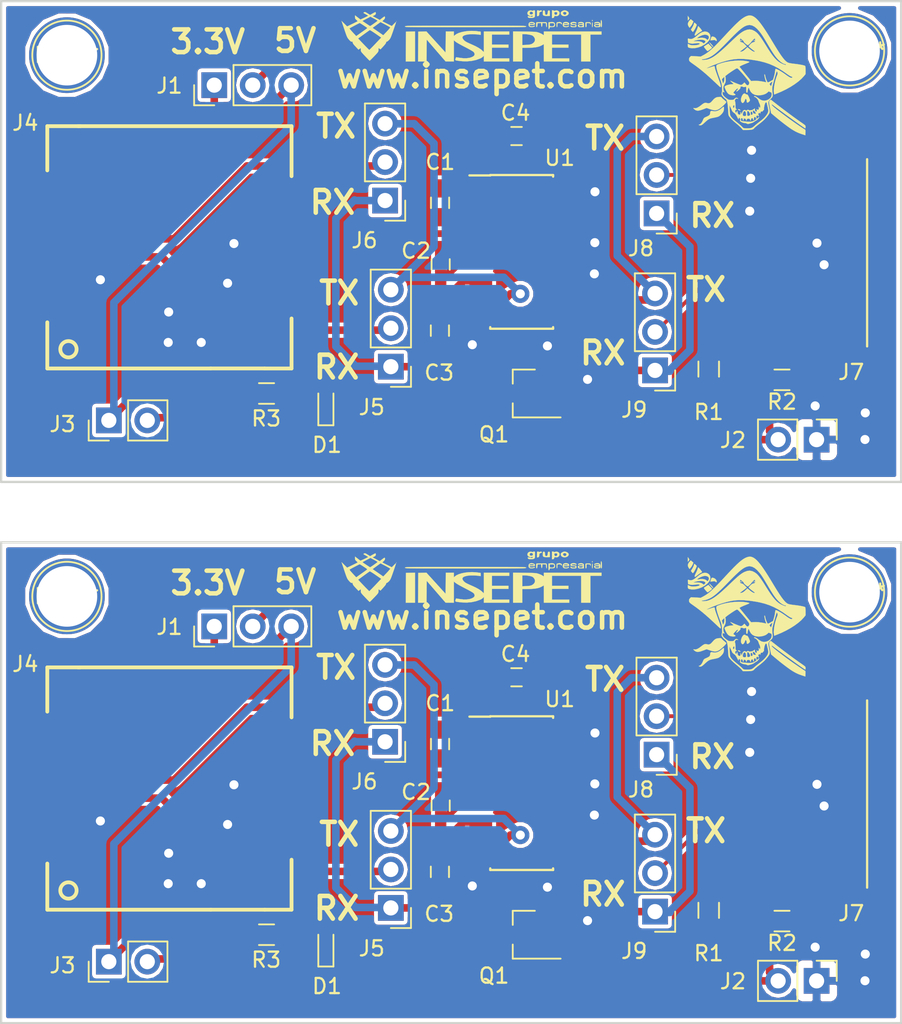
<source format=kicad_pcb>
(kicad_pcb (version 4) (host pcbnew 4.0.6)
  (layers (0 F.Cu signal) (31 B.Cu signal) (34 B.Paste user) (35 F.Paste user) (36 B.SilkS user) (37 F.SilkS user) (38 B.Mask user) (39 F.Mask user) (44 Edge.Cuts user))
  (net 0 "")
  (net 1 "Net-(C1-Pad1)")
  (net 2 "Net-(C1-Pad2)")
  (net 3 "Net-(C2-Pad1)")
  (net 4 "Net-(C2-Pad2)")
  (net 5 GND)
  (net 6 "Net-(C3-Pad2)")
  (net 7 "Net-(C4-Pad1)")
  (net 8 /POWER)
  (net 9 "Net-(D1-Pad2)")
  (net 10 "Net-(D1-Pad1)")
  (net 11 +3V3)
  (net 12 +5V)
  (net 13 /TRIG)
  (net 14 "Net-(J4-Pad2)")
  (net 15 /A)
  (net 16 /B)
  (net 17 "Net-(J4-Pad7)")
  (net 18 "Net-(J4-Pad9)")
  (net 19 /RX)
  (net 20 /TX)
  (net 21 "Net-(J7-Pad11)")
  (net 22 "Net-(J7-Pad10)")
  (net 23 /PITO)
  (net 24 "Net-(J7-Pad8)")
  (net 25 "Net-(J7-Pad7)")
  (net 26 "Net-(J7-Pad6)")
  (net 27 /RX_QR)
  (net 28 /TX_QR)
  (net 29 "Net-(J7-Pad1)")
  (net 30 /RX_MAX)
  (net 31 /TX_MAX)
  (net 32 "Net-(Q1-Pad1)")
  (net 33 "Net-(U1-Pad11)")
  (net 34 "Net-(U1-Pad12)")
  (net 35 "Net-(U1-Pad13)")
  (net 36 "Net-(U1-Pad14)")
  (module Capacitors_SMD:C_0603_HandSoldering (layer F.Cu) (at 61.65 77.76 270)
    (fp_text reference C1 (at -2.69 -0.01 540) (layer F.SilkS))
    (fp_text value CP1)
    (pad 1 smd rect (at -0.95 0 270) (size 1.2 0.75) (layers F.Cu F.Paste F.Mask) (net 1 "Net-(C1-Pad1)"))
    (pad 2 smd rect (at 0.95 0 270) (size 1.2 0.75) (layers F.Cu F.Paste F.Mask) (net 2 "Net-(C1-Pad2)"))
  )
  (module Logos:Insepet (layer F.Cu) (at 63.73 66.75)
    (fp_text reference www.insepet.com (at 0.71 2.63) (layer F.SilkS) (effects (font (thickness 0.3))))
    (fp_text value LOGO hide)
  )
  (module Capacitors_SMD:C_0603_HandSoldering (layer F.Cu) (at 66.7 73.35)
    (fp_text reference C4 (at -0.07 -1.53) (layer F.SilkS))
    (fp_text value CP1)
    (pad 1 smd rect (at -0.95 0) (size 1.2 0.75) (layers F.Cu F.Paste F.Mask) (net 7 "Net-(C4-Pad1)"))
    (pad 2 smd rect (at 0.95 0) (size 1.2 0.75) (layers F.Cu F.Paste F.Mask) (net 8 /POWER))
  )
  (module Socket_Strips:Socket_Strip_Straight_1x03_Pitch2.54mm (layer F.Cu) (at 58.02 77.61 180)
    (fp_text reference J6 (at 1.36 -2.63 360) (layer F.SilkS))
    (fp_text value SEL_RX)
    (pad 1 thru_hole rect (at 0 0 180) (size 1.7 1.7) (drill 1) (layers *.Cu *.Mask) (net 19 /RX))
    (pad 2 thru_hole oval (at 0 2.54 180) (size 1.7 1.7) (drill 1) (layers *.Cu *.Mask) (net 16 /B))
    (pad 3 thru_hole oval (at 0 5.08 180) (size 1.7 1.7) (drill 1) (layers *.Cu *.Mask) (net 20 /TX))
  )
  (module Connectors:1pin (layer F.Cu) (at 37.01 68.01)
    (fp_text reference REF** (at -0.01 0) (layer F.SilkS))
    (fp_text value 1pin)
    (pad 1 thru_hole circle (at 0 0) (size 5 5) (drill 4) (layers *.Cu *.Mask))
  )
  (module Resistors_SMD:R_0603_HandSoldering (layer F.Cu) (at 50.192 90.35)
    (fp_text reference R3 (at -0.022 1.66) (layer F.SilkS))
    (fp_text value 1K)
    (pad 1 smd rect (at -1.1 0) (size 1.2 0.9) (layers F.Cu F.Paste F.Mask) (net 12 +5V))
    (pad 2 smd rect (at 1.1 0) (size 1.2 0.9) (layers F.Cu F.Paste F.Mask) (net 9 "Net-(D1-Pad2)"))
  )
  (module RJ45-8p8c:8p8c-RJ45 (layer F.Cu) (at 35.714 80.698 270)
    (fp_text reference J4 (at -8.218 1.454 360) (layer F.SilkS))
    (fp_text value RJ45 hide)
    (pad 1 smd rect (at 4.445 0 270) (size 0.6 3.4) (layers F.Cu F.Paste F.Mask) (net 13 /TRIG))
    (pad 2 smd rect (at 3.175 0 270) (size 0.6 3.4) (layers F.Cu F.Paste F.Mask) (net 14 "Net-(J4-Pad2)"))
    (pad 3 smd rect (at 1.905 0 270) (size 0.6 3.4) (layers F.Cu F.Paste F.Mask) (net 5 GND))
    (pad 4 smd rect (at 0.635 0 270) (size 0.6 3.4) (layers F.Cu F.Paste F.Mask) (net 15 /A))
    (pad 5 smd rect (at -0.635 0 270) (size 0.6 3.4) (layers F.Cu F.Paste F.Mask) (net 16 /B))
    (pad 6 smd rect (at -1.905 0 270) (size 0.6 3.4) (layers F.Cu F.Paste F.Mask) (net 12 +5V))
    (pad 7 smd rect (at -3.175 0 270) (size 0.6 3.4) (layers F.Cu F.Paste F.Mask) (net 17 "Net-(J4-Pad7)"))
    (pad 8 smd rect (at -4.445 0 270) (size 0.6 3.4) (layers F.Cu F.Paste F.Mask) (net 11 +3V3))
    (pad 9 smd rect (at 0 -16 270) (size 9 3) (layers F.Cu F.Paste F.Mask) (net 18 "Net-(J4-Pad9)"))
  )
  (module LEDs:LED_0603 (layer F.Cu) (at 54.11 91.15 90)
    (fp_text reference D1 (at -2.6 0.07 180) (layer F.SilkS))
    (fp_text value LED)
    (pad 2 smd rect (at 0.8 0 270) (size 0.8 0.8) (layers F.Cu F.Paste F.Mask) (net 9 "Net-(D1-Pad2)"))
    (pad 1 smd rect (at -0.8 0 270) (size 0.8 0.8) (layers F.Cu F.Paste F.Mask) (net 10 "Net-(D1-Pad1)"))
  )
  (module Socket_Strips:Socket_Strip_Straight_1x03_Pitch2.54mm (layer F.Cu) (at 46.74 69.99 90)
    (fp_text reference J1 (at -0.04 -2.96 180) (layer F.SilkS))
    (fp_text value SEL_POWER)
    (pad 1 thru_hole rect (at 0 0 90) (size 1.7 1.7) (drill 1) (layers *.Cu *.Mask) (net 11 +3V3))
    (pad 2 thru_hole oval (at 0 2.54 90) (size 1.7 1.7) (drill 1) (layers *.Cu *.Mask) (net 8 /POWER))
    (pad 3 thru_hole oval (at 0 5.08 90) (size 1.7 1.7) (drill 1) (layers *.Cu *.Mask) (net 12 +5V))
  )
  (module Socket_Strips:Socket_Strip_Straight_1x02_Pitch2.54mm (layer F.Cu) (at 39.778 92.128 90)
    (fp_text reference J3 (at -0.252 -3.058 180) (layer F.SilkS))
    (fp_text value BUZZER)
    (pad 1 thru_hole rect (at 0 0 90) (size 1.7 1.7) (drill 1) (layers *.Cu *.Mask) (net 12 +5V))
    (pad 2 thru_hole oval (at 0 2.54 90) (size 1.7 1.7) (drill 1) (layers *.Cu *.Mask) (net 10 "Net-(D1-Pad1)"))
  )
  (module Libreria:WR-FPC (layer F.Cu) (at 84.55 87.24 90)
    (fp_text reference J7 (at -1.7 4.25 180) (layer F.SilkS))
    (fp_text value CAM)
    (pad 3 smd rect (at 9.66 1 90) (size 2.7 3) (drill (offset 1.2 0.8)) (layers F.Cu F.Paste F.Mask) (net 5 GND))
    (pad 3 smd rect (at 0 1 90) (size 2.7 3) (drill (offset 1.2 0.8)) (layers F.Cu F.Paste F.Mask) (net 5 GND))
    (pad 12 smd rect (at 3.28 -0.2 90) (size 0.3 1.4) (layers F.Cu F.Paste F.Mask) (net 13 /TRIG))
    (pad 11 smd rect (at 3.78 -0.2 90) (size 0.3 1.4) (layers F.Cu F.Paste F.Mask) (net 21 "Net-(J7-Pad11)"))
    (pad 10 smd rect (at 4.28 -0.2 90) (size 0.3 1.4) (layers F.Cu F.Paste F.Mask) (net 22 "Net-(J7-Pad10)"))
    (pad 9 smd rect (at 4.78 -0.2 90) (size 0.3 1.4) (layers F.Cu F.Paste F.Mask) (net 23 /PITO))
    (pad 8 smd rect (at 5.28 -0.2 90) (size 0.3 1.4) (layers F.Cu F.Paste F.Mask) (net 24 "Net-(J7-Pad8)"))
    (pad 7 smd rect (at 5.78 -0.2 90) (size 0.3 1.4) (layers F.Cu F.Paste F.Mask) (net 25 "Net-(J7-Pad7)"))
    (pad 6 smd rect (at 6.28 -0.2 90) (size 0.3 1.4) (layers F.Cu F.Paste F.Mask) (net 26 "Net-(J7-Pad6)"))
    (pad 5 smd rect (at 6.78 -0.2 90) (size 0.3 1.4) (layers F.Cu F.Paste F.Mask) (net 27 /RX_QR))
    (pad 4 smd rect (at 7.28 -0.2 90) (size 0.3 1.4) (layers F.Cu F.Paste F.Mask) (net 28 /TX_QR))
    (pad 3 smd rect (at 7.78 -0.2 90) (size 0.3 1.4) (layers F.Cu F.Paste F.Mask) (net 5 GND))
    (pad 2 smd rect (at 8.28 -0.2 90) (size 0.3 1.4) (layers F.Cu F.Paste F.Mask) (net 8 /POWER))
    (pad 1 smd rect (at 8.78 -0.2 90) (size 0.3 1.4) (layers F.Cu F.Paste F.Mask) (net 29 "Net-(J7-Pad1)"))
  )
  (module Resistors_SMD:R_0603_HandSoldering (layer F.Cu) (at 84.23 89.45 180)
    (fp_text reference R2 (at 0 -1.45 180) (layer F.SilkS))
    (fp_text value 1K)
    (pad 1 smd rect (at -1.1 0 180) (size 1.2 0.9) (layers F.Cu F.Paste F.Mask) (net 8 /POWER))
    (pad 2 smd rect (at 1.1 0 180) (size 1.2 0.9) (layers F.Cu F.Paste F.Mask) (net 13 /TRIG))
  )
  (module Resistors_SMD:R_0603_HandSoldering (layer F.Cu) (at 79.39 88.74 90)
    (fp_text reference R1 (at -2.84 0 180) (layer F.SilkS))
    (fp_text value 330)
    (pad 1 smd rect (at -1.1 0 90) (size 1.2 0.9) (layers F.Cu F.Paste F.Mask) (net 32 "Net-(Q1-Pad1)"))
    (pad 2 smd rect (at 1.1 0 90) (size 1.2 0.9) (layers F.Cu F.Paste F.Mask) (net 23 /PITO))
  )
  (module Socket_Strips:Socket_Strip_Straight_1x03_Pitch2.54mm (layer F.Cu) (at 75.95 78.46 180)
    (fp_text reference J8 (at 1.03 -2.31 180) (layer F.SilkS))
    (fp_text value SEL_TX_CAM)
    (pad 1 thru_hole rect (at 0 0 180) (size 1.7 1.7) (drill 1) (layers *.Cu *.Mask) (net 30 /RX_MAX))
    (pad 2 thru_hole oval (at 0 2.54 180) (size 1.7 1.7) (drill 1) (layers *.Cu *.Mask) (net 28 /TX_QR))
    (pad 3 thru_hole oval (at 0 5.08 180) (size 1.7 1.7) (drill 1) (layers *.Cu *.Mask) (net 31 /TX_MAX))
  )
  (module Socket_Strips:Socket_Strip_Straight_1x03_Pitch2.54mm (layer F.Cu) (at 75.846 88.826 180)
    (fp_text reference J9 (at 1.376 -2.604 180) (layer F.SilkS))
    (fp_text value SEL_RX_CAM)
    (pad 1 thru_hole rect (at 0 0 180) (size 1.7 1.7) (drill 1) (layers *.Cu *.Mask) (net 30 /RX_MAX))
    (pad 2 thru_hole oval (at 0 2.54 180) (size 1.7 1.7) (drill 1) (layers *.Cu *.Mask) (net 27 /RX_QR))
    (pad 3 thru_hole oval (at 0 5.08 180) (size 1.7 1.7) (drill 1) (layers *.Cu *.Mask) (net 31 /TX_MAX))
  )
  (module Connectors:1pin (layer F.Cu) (at 88.69 67.73)
    (fp_text reference REF** (at 0.26 -0.02) (layer F.SilkS))
    (fp_text value 1pin)
    (pad 1 thru_hole circle (at 0 0) (size 5 5) (drill 4) (layers *.Cu *.Mask))
  )
  (module Logos:Pirata (layer F.Cu) (at 81.9 69.24)
    (fp_text reference G*** hide)
    (fp_text value LOGO hide)
  )
  (module Socket_Strips:Socket_Strip_Straight_1x02_Pitch2.54mm (layer F.Cu) (at 86.514 93.398 270)
    (fp_text reference J2 (at 0.032 5.524 360) (layer F.SilkS))
    (fp_text value Pulsador)
    (pad 1 thru_hole rect (at 0 0 270) (size 1.7 1.7) (drill 1) (layers *.Cu *.Mask) (net 5 GND))
    (pad 2 thru_hole oval (at 0 2.54 270) (size 1.7 1.7) (drill 1) (layers *.Cu *.Mask) (net 13 /TRIG))
  )
  (module Capacitors_SMD:C_0603_HandSoldering (layer F.Cu) (at 61.69 81.83 270)
    (fp_text reference C2 (at -0.9 1.63 360) (layer F.SilkS))
    (fp_text value CP1)
    (pad 1 smd rect (at -0.95 0 270) (size 1.2 0.75) (layers F.Cu F.Paste F.Mask) (net 3 "Net-(C2-Pad1)"))
    (pad 2 smd rect (at 0.95 0 270) (size 1.2 0.75) (layers F.Cu F.Paste F.Mask) (net 4 "Net-(C2-Pad2)"))
  )
  (module Capacitors_SMD:C_0603_HandSoldering (layer F.Cu) (at 61.64 86.2 90)
    (fp_text reference C3 (at -2.78 -0.05 180) (layer F.SilkS))
    (fp_text value CP1)
    (pad 1 smd rect (at -0.95 0 90) (size 1.2 0.75) (layers F.Cu F.Paste F.Mask) (net 5 GND))
    (pad 2 smd rect (at 0.95 0 90) (size 1.2 0.75) (layers F.Cu F.Paste F.Mask) (net 6 "Net-(C3-Pad2)"))
  )
  (module Socket_Strips:Socket_Strip_Straight_1x03_Pitch2.54mm (layer F.Cu) (at 58.4 88.58 180)
    (fp_text reference J5 (at 1.26 -2.68 180) (layer F.SilkS))
    (fp_text value SEL_TX)
    (pad 1 thru_hole rect (at 0 0 180) (size 1.7 1.7) (drill 1) (layers *.Cu *.Mask) (net 19 /RX))
    (pad 2 thru_hole oval (at 0 2.54 180) (size 1.7 1.7) (drill 1) (layers *.Cu *.Mask) (net 15 /A))
    (pad 3 thru_hole oval (at 0 5.08 180) (size 1.7 1.7) (drill 1) (layers *.Cu *.Mask) (net 20 /TX))
  )
  (module TO_SOT_Packages_SMD:SOT-23_Handsoldering (layer F.Cu) (at 67.21 90.35 180)
    (fp_text reference Q1 (at 2 -2.71 180) (layer F.SilkS))
    (fp_text value MMBT2222L)
    (pad 1 smd rect (at -1.5 -0.95 180) (size 1.9 0.8) (layers F.Cu F.Paste F.Mask) (net 32 "Net-(Q1-Pad1)"))
    (pad 2 smd rect (at -1.5 0.95 180) (size 1.9 0.8) (layers F.Cu F.Paste F.Mask) (net 5 GND))
    (pad 3 smd rect (at 1.5 0 180) (size 1.9 0.8) (layers F.Cu F.Paste F.Mask) (net 10 "Net-(D1-Pad1)"))
  )
  (module Housings_SOIC:SOIC-16_3.9x9.9mm_Pitch1.27mm (layer F.Cu) (at 67.04 81)
    (fp_text reference U1 (at 2.51 -6.2) (layer F.SilkS))
    (fp_text value Max232)
    (pad 1 smd rect (at -2.7 -4.445) (size 1.5 0.6) (layers F.Cu F.Paste F.Mask) (net 1 "Net-(C1-Pad1)"))
    (pad 2 smd rect (at -2.7 -3.175) (size 1.5 0.6) (layers F.Cu F.Paste F.Mask) (net 7 "Net-(C4-Pad1)"))
    (pad 3 smd rect (at -2.7 -1.905) (size 1.5 0.6) (layers F.Cu F.Paste F.Mask) (net 2 "Net-(C1-Pad2)"))
    (pad 4 smd rect (at -2.7 -0.635) (size 1.5 0.6) (layers F.Cu F.Paste F.Mask) (net 3 "Net-(C2-Pad1)"))
    (pad 5 smd rect (at -2.7 0.635) (size 1.5 0.6) (layers F.Cu F.Paste F.Mask) (net 4 "Net-(C2-Pad2)"))
    (pad 6 smd rect (at -2.7 1.905) (size 1.5 0.6) (layers F.Cu F.Paste F.Mask) (net 6 "Net-(C3-Pad2)"))
    (pad 7 smd rect (at -2.7 3.175) (size 1.5 0.6) (layers F.Cu F.Paste F.Mask) (net 20 /TX))
    (pad 8 smd rect (at -2.7 4.445) (size 1.5 0.6) (layers F.Cu F.Paste F.Mask) (net 19 /RX))
    (pad 9 smd rect (at 2.7 4.445) (size 1.5 0.6) (layers F.Cu F.Paste F.Mask) (net 30 /RX_MAX))
    (pad 10 smd rect (at 2.7 3.175) (size 1.5 0.6) (layers F.Cu F.Paste F.Mask) (net 31 /TX_MAX))
    (pad 11 smd rect (at 2.7 1.905) (size 1.5 0.6) (layers F.Cu F.Paste F.Mask) (net 33 "Net-(U1-Pad11)"))
    (pad 12 smd rect (at 2.7 0.635) (size 1.5 0.6) (layers F.Cu F.Paste F.Mask) (net 34 "Net-(U1-Pad12)"))
    (pad 13 smd rect (at 2.7 -0.635) (size 1.5 0.6) (layers F.Cu F.Paste F.Mask) (net 35 "Net-(U1-Pad13)"))
    (pad 14 smd rect (at 2.7 -1.905) (size 1.5 0.6) (layers F.Cu F.Paste F.Mask) (net 36 "Net-(U1-Pad14)"))
    (pad 15 smd rect (at 2.7 -3.175) (size 1.5 0.6) (layers F.Cu F.Paste F.Mask) (net 5 GND))
    (pad 16 smd rect (at 2.7 -4.445) (size 1.5 0.6) (layers F.Cu F.Paste F.Mask) (net 8 /POWER))
  )
  (module Logos:Pirata (layer F.Cu) (at 81.9 33.5)
    (fp_text reference G*** hide)
    (fp_text value LOGO hide)
  )
  (module Connectors:1pin (layer F.Cu) (at 88.69 31.99)
    (fp_text reference REF** (at 0.26 -0.02) (layer F.SilkS))
    (fp_text value 1pin)
    (pad 1 thru_hole circle (at 0 0) (size 5 5) (drill 4) (layers *.Cu *.Mask))
  )
  (module Housings_SOIC:SOIC-16_3.9x9.9mm_Pitch1.27mm (layer F.Cu) (at 67.04 45.26)
    (fp_text reference U1 (at 2.51 -6.2) (layer F.SilkS))
    (fp_text value Max232)
    (pad 1 smd rect (at -2.7 -4.445) (size 1.5 0.6) (layers F.Cu F.Paste F.Mask) (net 1 "Net-(C1-Pad1)"))
    (pad 2 smd rect (at -2.7 -3.175) (size 1.5 0.6) (layers F.Cu F.Paste F.Mask) (net 7 "Net-(C4-Pad1)"))
    (pad 3 smd rect (at -2.7 -1.905) (size 1.5 0.6) (layers F.Cu F.Paste F.Mask) (net 2 "Net-(C1-Pad2)"))
    (pad 4 smd rect (at -2.7 -0.635) (size 1.5 0.6) (layers F.Cu F.Paste F.Mask) (net 3 "Net-(C2-Pad1)"))
    (pad 5 smd rect (at -2.7 0.635) (size 1.5 0.6) (layers F.Cu F.Paste F.Mask) (net 4 "Net-(C2-Pad2)"))
    (pad 6 smd rect (at -2.7 1.905) (size 1.5 0.6) (layers F.Cu F.Paste F.Mask) (net 6 "Net-(C3-Pad2)"))
    (pad 7 smd rect (at -2.7 3.175) (size 1.5 0.6) (layers F.Cu F.Paste F.Mask) (net 20 /TX))
    (pad 8 smd rect (at -2.7 4.445) (size 1.5 0.6) (layers F.Cu F.Paste F.Mask) (net 19 /RX))
    (pad 9 smd rect (at 2.7 4.445) (size 1.5 0.6) (layers F.Cu F.Paste F.Mask) (net 30 /RX_MAX))
    (pad 10 smd rect (at 2.7 3.175) (size 1.5 0.6) (layers F.Cu F.Paste F.Mask) (net 31 /TX_MAX))
    (pad 11 smd rect (at 2.7 1.905) (size 1.5 0.6) (layers F.Cu F.Paste F.Mask) (net 33 "Net-(U1-Pad11)"))
    (pad 12 smd rect (at 2.7 0.635) (size 1.5 0.6) (layers F.Cu F.Paste F.Mask) (net 34 "Net-(U1-Pad12)"))
    (pad 13 smd rect (at 2.7 -0.635) (size 1.5 0.6) (layers F.Cu F.Paste F.Mask) (net 35 "Net-(U1-Pad13)"))
    (pad 14 smd rect (at 2.7 -1.905) (size 1.5 0.6) (layers F.Cu F.Paste F.Mask) (net 36 "Net-(U1-Pad14)"))
    (pad 15 smd rect (at 2.7 -3.175) (size 1.5 0.6) (layers F.Cu F.Paste F.Mask) (net 5 GND))
    (pad 16 smd rect (at 2.7 -4.445) (size 1.5 0.6) (layers F.Cu F.Paste F.Mask) (net 8 /POWER))
  )
  (module Resistors_SMD:R_0603_HandSoldering (layer F.Cu) (at 50.192 54.61)
    (fp_text reference R3 (at -0.022 1.66) (layer F.SilkS))
    (fp_text value 1K)
    (pad 1 smd rect (at -1.1 0) (size 1.2 0.9) (layers F.Cu F.Paste F.Mask) (net 12 +5V))
    (pad 2 smd rect (at 1.1 0) (size 1.2 0.9) (layers F.Cu F.Paste F.Mask) (net 9 "Net-(D1-Pad2)"))
  )
  (module Resistors_SMD:R_0603_HandSoldering (layer F.Cu) (at 84.23 53.71 180)
    (fp_text reference R2 (at 0 -1.45 180) (layer F.SilkS))
    (fp_text value 1K)
    (pad 1 smd rect (at -1.1 0 180) (size 1.2 0.9) (layers F.Cu F.Paste F.Mask) (net 8 /POWER))
    (pad 2 smd rect (at 1.1 0 180) (size 1.2 0.9) (layers F.Cu F.Paste F.Mask) (net 13 /TRIG))
  )
  (module Resistors_SMD:R_0603_HandSoldering (layer F.Cu) (at 79.39 53 90)
    (fp_text reference R1 (at -2.84 0 180) (layer F.SilkS))
    (fp_text value 330)
    (pad 1 smd rect (at -1.1 0 90) (size 1.2 0.9) (layers F.Cu F.Paste F.Mask) (net 32 "Net-(Q1-Pad1)"))
    (pad 2 smd rect (at 1.1 0 90) (size 1.2 0.9) (layers F.Cu F.Paste F.Mask) (net 23 /PITO))
  )
  (module TO_SOT_Packages_SMD:SOT-23_Handsoldering (layer F.Cu) (at 67.21 54.61 180)
    (fp_text reference Q1 (at 2 -2.71 180) (layer F.SilkS))
    (fp_text value MMBT2222L)
    (pad 1 smd rect (at -1.5 -0.95 180) (size 1.9 0.8) (layers F.Cu F.Paste F.Mask) (net 32 "Net-(Q1-Pad1)"))
    (pad 2 smd rect (at -1.5 0.95 180) (size 1.9 0.8) (layers F.Cu F.Paste F.Mask) (net 5 GND))
    (pad 3 smd rect (at 1.5 0 180) (size 1.9 0.8) (layers F.Cu F.Paste F.Mask) (net 10 "Net-(D1-Pad1)"))
  )
  (module Socket_Strips:Socket_Strip_Straight_1x03_Pitch2.54mm (layer F.Cu) (at 75.846 53.086 180)
    (fp_text reference J9 (at 1.376 -2.604 180) (layer F.SilkS))
    (fp_text value SEL_RX_CAM)
    (pad 1 thru_hole rect (at 0 0 180) (size 1.7 1.7) (drill 1) (layers *.Cu *.Mask) (net 30 /RX_MAX))
    (pad 2 thru_hole oval (at 0 2.54 180) (size 1.7 1.7) (drill 1) (layers *.Cu *.Mask) (net 27 /RX_QR))
    (pad 3 thru_hole oval (at 0 5.08 180) (size 1.7 1.7) (drill 1) (layers *.Cu *.Mask) (net 31 /TX_MAX))
  )
  (module Socket_Strips:Socket_Strip_Straight_1x03_Pitch2.54mm (layer F.Cu) (at 75.95 42.72 180)
    (fp_text reference J8 (at 1.03 -2.31 180) (layer F.SilkS))
    (fp_text value SEL_TX_CAM)
    (pad 1 thru_hole rect (at 0 0 180) (size 1.7 1.7) (drill 1) (layers *.Cu *.Mask) (net 30 /RX_MAX))
    (pad 2 thru_hole oval (at 0 2.54 180) (size 1.7 1.7) (drill 1) (layers *.Cu *.Mask) (net 28 /TX_QR))
    (pad 3 thru_hole oval (at 0 5.08 180) (size 1.7 1.7) (drill 1) (layers *.Cu *.Mask) (net 31 /TX_MAX))
  )
  (module Socket_Strips:Socket_Strip_Straight_1x03_Pitch2.54mm (layer F.Cu) (at 58.02 41.87 180)
    (fp_text reference J6 (at 1.36 -2.63 360) (layer F.SilkS))
    (fp_text value SEL_RX)
    (pad 1 thru_hole rect (at 0 0 180) (size 1.7 1.7) (drill 1) (layers *.Cu *.Mask) (net 19 /RX))
    (pad 2 thru_hole oval (at 0 2.54 180) (size 1.7 1.7) (drill 1) (layers *.Cu *.Mask) (net 16 /B))
    (pad 3 thru_hole oval (at 0 5.08 180) (size 1.7 1.7) (drill 1) (layers *.Cu *.Mask) (net 20 /TX))
  )
  (module Socket_Strips:Socket_Strip_Straight_1x03_Pitch2.54mm (layer F.Cu) (at 58.4 52.84 180)
    (fp_text reference J5 (at 1.26 -2.68 180) (layer F.SilkS))
    (fp_text value SEL_TX)
    (pad 1 thru_hole rect (at 0 0 180) (size 1.7 1.7) (drill 1) (layers *.Cu *.Mask) (net 19 /RX))
    (pad 2 thru_hole oval (at 0 2.54 180) (size 1.7 1.7) (drill 1) (layers *.Cu *.Mask) (net 15 /A))
    (pad 3 thru_hole oval (at 0 5.08 180) (size 1.7 1.7) (drill 1) (layers *.Cu *.Mask) (net 20 /TX))
  )
  (module RJ45-8p8c:8p8c-RJ45 (layer F.Cu) (at 35.714 44.958 270)
    (fp_text reference J4 (at -8.218 1.454 360) (layer F.SilkS))
    (fp_text value RJ45 hide)
    (pad 1 smd rect (at 4.445 0 270) (size 0.6 3.4) (layers F.Cu F.Paste F.Mask) (net 13 /TRIG))
    (pad 2 smd rect (at 3.175 0 270) (size 0.6 3.4) (layers F.Cu F.Paste F.Mask) (net 14 "Net-(J4-Pad2)"))
    (pad 3 smd rect (at 1.905 0 270) (size 0.6 3.4) (layers F.Cu F.Paste F.Mask) (net 5 GND))
    (pad 4 smd rect (at 0.635 0 270) (size 0.6 3.4) (layers F.Cu F.Paste F.Mask) (net 15 /A))
    (pad 5 smd rect (at -0.635 0 270) (size 0.6 3.4) (layers F.Cu F.Paste F.Mask) (net 16 /B))
    (pad 6 smd rect (at -1.905 0 270) (size 0.6 3.4) (layers F.Cu F.Paste F.Mask) (net 12 +5V))
    (pad 7 smd rect (at -3.175 0 270) (size 0.6 3.4) (layers F.Cu F.Paste F.Mask) (net 17 "Net-(J4-Pad7)"))
    (pad 8 smd rect (at -4.445 0 270) (size 0.6 3.4) (layers F.Cu F.Paste F.Mask) (net 11 +3V3))
    (pad 9 smd rect (at 0 -16 270) (size 9 3) (layers F.Cu F.Paste F.Mask) (net 18 "Net-(J4-Pad9)"))
  )
  (module Socket_Strips:Socket_Strip_Straight_1x02_Pitch2.54mm (layer F.Cu) (at 39.778 56.388 90)
    (fp_text reference J3 (at -0.252 -3.058 180) (layer F.SilkS))
    (fp_text value BUZZER)
    (pad 1 thru_hole rect (at 0 0 90) (size 1.7 1.7) (drill 1) (layers *.Cu *.Mask) (net 12 +5V))
    (pad 2 thru_hole oval (at 0 2.54 90) (size 1.7 1.7) (drill 1) (layers *.Cu *.Mask) (net 10 "Net-(D1-Pad1)"))
  )
  (module Socket_Strips:Socket_Strip_Straight_1x02_Pitch2.54mm (layer F.Cu) (at 86.514 57.658 270)
    (fp_text reference J2 (at 0.032 5.524 360) (layer F.SilkS))
    (fp_text value Pulsador)
    (pad 1 thru_hole rect (at 0 0 270) (size 1.7 1.7) (drill 1) (layers *.Cu *.Mask) (net 5 GND))
    (pad 2 thru_hole oval (at 0 2.54 270) (size 1.7 1.7) (drill 1) (layers *.Cu *.Mask) (net 13 /TRIG))
  )
  (module Socket_Strips:Socket_Strip_Straight_1x03_Pitch2.54mm (layer F.Cu) (at 46.74 34.25 90)
    (fp_text reference J1 (at -0.04 -2.96 180) (layer F.SilkS))
    (fp_text value SEL_POWER)
    (pad 1 thru_hole rect (at 0 0 90) (size 1.7 1.7) (drill 1) (layers *.Cu *.Mask) (net 11 +3V3))
    (pad 2 thru_hole oval (at 0 2.54 90) (size 1.7 1.7) (drill 1) (layers *.Cu *.Mask) (net 8 /POWER))
    (pad 3 thru_hole oval (at 0 5.08 90) (size 1.7 1.7) (drill 1) (layers *.Cu *.Mask) (net 12 +5V))
  )
  (module LEDs:LED_0603 (layer F.Cu) (at 54.11 55.41 90)
    (fp_text reference D1 (at -2.6 0.07 180) (layer F.SilkS))
    (fp_text value LED)
    (pad 2 smd rect (at 0.8 0 270) (size 0.8 0.8) (layers F.Cu F.Paste F.Mask) (net 9 "Net-(D1-Pad2)"))
    (pad 1 smd rect (at -0.8 0 270) (size 0.8 0.8) (layers F.Cu F.Paste F.Mask) (net 10 "Net-(D1-Pad1)"))
  )
  (module Capacitors_SMD:C_0603_HandSoldering (layer F.Cu) (at 66.7 37.61)
    (fp_text reference C4 (at -0.07 -1.53) (layer F.SilkS))
    (fp_text value CP1)
    (pad 1 smd rect (at -0.95 0) (size 1.2 0.75) (layers F.Cu F.Paste F.Mask) (net 7 "Net-(C4-Pad1)"))
    (pad 2 smd rect (at 0.95 0) (size 1.2 0.75) (layers F.Cu F.Paste F.Mask) (net 8 /POWER))
  )
  (module Capacitors_SMD:C_0603_HandSoldering (layer F.Cu) (at 61.64 50.46 90)
    (fp_text reference C3 (at -2.78 -0.05 180) (layer F.SilkS))
    (fp_text value CP1)
    (pad 1 smd rect (at -0.95 0 90) (size 1.2 0.75) (layers F.Cu F.Paste F.Mask) (net 5 GND))
    (pad 2 smd rect (at 0.95 0 90) (size 1.2 0.75) (layers F.Cu F.Paste F.Mask) (net 6 "Net-(C3-Pad2)"))
  )
  (module Capacitors_SMD:C_0603_HandSoldering (layer F.Cu) (at 61.69 46.09 270)
    (fp_text reference C2 (at -0.9 1.63 360) (layer F.SilkS))
    (fp_text value CP1)
    (pad 1 smd rect (at -0.95 0 270) (size 1.2 0.75) (layers F.Cu F.Paste F.Mask) (net 3 "Net-(C2-Pad1)"))
    (pad 2 smd rect (at 0.95 0 270) (size 1.2 0.75) (layers F.Cu F.Paste F.Mask) (net 4 "Net-(C2-Pad2)"))
  )
  (module Capacitors_SMD:C_0603_HandSoldering (layer F.Cu) (at 61.65 42.02 270)
    (fp_text reference C1 (at -2.69 -0.01 540) (layer F.SilkS))
    (fp_text value CP1)
    (pad 1 smd rect (at -0.95 0 270) (size 1.2 0.75) (layers F.Cu F.Paste F.Mask) (net 1 "Net-(C1-Pad1)"))
    (pad 2 smd rect (at 0.95 0 270) (size 1.2 0.75) (layers F.Cu F.Paste F.Mask) (net 2 "Net-(C1-Pad2)"))
  )
  (module Libreria:WR-FPC (layer F.Cu) (at 84.55 51.5 90)
    (fp_text reference J7 (at -1.7 4.25 180) (layer F.SilkS))
    (fp_text value CAM)
    (pad 3 smd rect (at 9.66 1 90) (size 2.7 3) (drill (offset 1.2 0.8)) (layers F.Cu F.Paste F.Mask) (net 5 GND))
    (pad 3 smd rect (at 0 1 90) (size 2.7 3) (drill (offset 1.2 0.8)) (layers F.Cu F.Paste F.Mask) (net 5 GND))
    (pad 12 smd rect (at 3.28 -0.2 90) (size 0.3 1.4) (layers F.Cu F.Paste F.Mask) (net 13 /TRIG))
    (pad 11 smd rect (at 3.78 -0.2 90) (size 0.3 1.4) (layers F.Cu F.Paste F.Mask) (net 21 "Net-(J7-Pad11)"))
    (pad 10 smd rect (at 4.28 -0.2 90) (size 0.3 1.4) (layers F.Cu F.Paste F.Mask) (net 22 "Net-(J7-Pad10)"))
    (pad 9 smd rect (at 4.78 -0.2 90) (size 0.3 1.4) (layers F.Cu F.Paste F.Mask) (net 23 /PITO))
    (pad 8 smd rect (at 5.28 -0.2 90) (size 0.3 1.4) (layers F.Cu F.Paste F.Mask) (net 24 "Net-(J7-Pad8)"))
    (pad 7 smd rect (at 5.78 -0.2 90) (size 0.3 1.4) (layers F.Cu F.Paste F.Mask) (net 25 "Net-(J7-Pad7)"))
    (pad 6 smd rect (at 6.28 -0.2 90) (size 0.3 1.4) (layers F.Cu F.Paste F.Mask) (net 26 "Net-(J7-Pad6)"))
    (pad 5 smd rect (at 6.78 -0.2 90) (size 0.3 1.4) (layers F.Cu F.Paste F.Mask) (net 27 /RX_QR))
    (pad 4 smd rect (at 7.28 -0.2 90) (size 0.3 1.4) (layers F.Cu F.Paste F.Mask) (net 28 /TX_QR))
    (pad 3 smd rect (at 7.78 -0.2 90) (size 0.3 1.4) (layers F.Cu F.Paste F.Mask) (net 5 GND))
    (pad 2 smd rect (at 8.28 -0.2 90) (size 0.3 1.4) (layers F.Cu F.Paste F.Mask) (net 8 /POWER))
    (pad 1 smd rect (at 8.78 -0.2 90) (size 0.3 1.4) (layers F.Cu F.Paste F.Mask) (net 29 "Net-(J7-Pad1)"))
  )
  (module Connectors:1pin (layer F.Cu) (at 37.01 32.27)
    (fp_text reference REF** (at -0.01 0) (layer F.SilkS))
    (fp_text value 1pin)
    (pad 1 thru_hole circle (at 0 0) (size 5 5) (drill 4) (layers *.Cu *.Mask))
  )
  (module Logos:Insepet (layer F.Cu) (at 63.73 31.01)
    (fp_text reference www.insepet.com (at 0.71 2.63) (layer F.SilkS) (effects (font (thickness 0.3))))
    (fp_text value LOGO hide)
  )
  (gr_text RX (at 54.55 77.73) (layer F.SilkS) (effects (font (size 1.5 1.5) (thickness 0.3))))
  (gr_text TX (at 54.78 72.7) (layer F.SilkS) (effects (font (size 1.5 1.5) (thickness 0.3))))
  (gr_text TX (at 72.54 73.49) (layer F.SilkS) (effects (font (size 1.5 1.5) (thickness 0.3))))
  (gr_text TX (at 79.21 83.49) (layer F.SilkS) (effects (font (size 1.5 1.5) (thickness 0.3))))
  (gr_text RX (at 79.62 78.6) (layer F.SilkS) (effects (font (size 1.5 1.5) (thickness 0.3))))
  (gr_text RX (at 72.4 87.68) (layer F.SilkS) (effects (font (size 1.5 1.5) (thickness 0.3))))
  (gr_text "5V\n" (at 52.08 67.05) (layer F.SilkS) (effects (font (size 1.5 1.5) (thickness 0.3))))
  (gr_text "3.3V\n" (at 46.31 67.13) (layer F.SilkS) (effects (font (size 1.5 1.5) (thickness 0.3))))
  (gr_text RX (at 54.82 88.61) (layer F.SilkS) (effects (font (size 1.5 1.5) (thickness 0.3))))
  (gr_text TX (at 54.99 83.72) (layer F.SilkS) (effects (font (size 1.5 1.5) (thickness 0.3))))
  (gr_line (start 33.428 64.442) (end 92.102 64.442) (angle 90) (layer Edge.Cuts) (width 0.15))
  (gr_line (start 92.102 96.192) (end 32.666 96.192) (angle 90) (layer Edge.Cuts) (width 0.15))
  (gr_line (start 32.666 96.192) (end 32.666 64.442) (angle 90) (layer Edge.Cuts) (width 0.15))
  (gr_line (start 92.102 64.442) (end 92.102 96.192) (angle 90) (layer Edge.Cuts) (width 0.15))
  (gr_line (start 32.666 64.442) (end 33.428 64.442) (angle 90) (layer Edge.Cuts) (width 0.15))
  (gr_line (start 92.102 60.452) (end 32.666 60.452) (angle 90) (layer Edge.Cuts) (width 0.15))
  (gr_line (start 92.102 28.702) (end 92.102 60.452) (angle 90) (layer Edge.Cuts) (width 0.15))
  (gr_line (start 32.666 60.452) (end 32.666 28.702) (angle 90) (layer Edge.Cuts) (width 0.15))
  (gr_line (start 32.666 28.702) (end 33.428 28.702) (angle 90) (layer Edge.Cuts) (width 0.15))
  (gr_line (start 33.428 28.702) (end 92.102 28.702) (angle 90) (layer Edge.Cuts) (width 0.15))
  (gr_text "3.3V\n" (at 46.31 31.39) (layer F.SilkS) (effects (font (size 1.5 1.5) (thickness 0.3))))
  (gr_text "5V\n" (at 52.08 31.31) (layer F.SilkS) (effects (font (size 1.5 1.5) (thickness 0.3))))
  (gr_text TX (at 54.78 36.96) (layer F.SilkS) (effects (font (size 1.5 1.5) (thickness 0.3))))
  (gr_text RX (at 54.55 41.99) (layer F.SilkS) (effects (font (size 1.5 1.5) (thickness 0.3))))
  (gr_text TX (at 54.99 47.98) (layer F.SilkS) (effects (font (size 1.5 1.5) (thickness 0.3))))
  (gr_text RX (at 54.82 52.87) (layer F.SilkS) (effects (font (size 1.5 1.5) (thickness 0.3))))
  (gr_text TX (at 72.54 37.75) (layer F.SilkS) (effects (font (size 1.5 1.5) (thickness 0.3))))
  (gr_text RX (at 79.62 42.86) (layer F.SilkS) (effects (font (size 1.5 1.5) (thickness 0.3))))
  (gr_text RX (at 72.4 51.94) (layer F.SilkS) (effects (font (size 1.5 1.5) (thickness 0.3))))
  (gr_text TX (at 79.21 47.75) (layer F.SilkS) (effects (font (size 1.5 1.5) (thickness 0.3))))
  (segment (start 61.65 76.81) (end 61.88 76.58) (width 0.5) (layer F.Cu) (net 1))
  (segment (start 61.88 76.58) (end 62.74 76.58) (width 0.5) (layer F.Cu) (net 1))
  (segment (start 64.315 76.58) (end 62.74 76.58) (width 0.5) (layer F.Cu) (net 1))
  (segment (start 64.34 76.555) (end 64.315 76.58) (width 0.254) (layer F.Cu) (net 1))
  (segment (start 64.315 40.84) (end 62.74 40.84) (width 0.5) (layer F.Cu) (net 1))
  (segment (start 64.34 40.815) (end 64.315 40.84) (width 0.254) (layer F.Cu) (net 1))
  (segment (start 61.88 40.84) (end 62.74 40.84) (width 0.5) (layer F.Cu) (net 1))
  (segment (start 61.65 41.07) (end 61.88 40.84) (width 0.5) (layer F.Cu) (net 1))
  (segment (start 61.65 78.71) (end 61.96 79.02) (width 0.5) (layer F.Cu) (net 2))
  (segment (start 64.265 79.02) (end 64.34 79.095) (width 0.254) (layer F.Cu) (net 2))
  (segment (start 61.96 79.02) (end 64.265 79.02) (width 0.5) (layer F.Cu) (net 2))
  (segment (start 64.265 43.28) (end 64.34 43.355) (width 0.254) (layer F.Cu) (net 2))
  (segment (start 61.96 43.28) (end 64.265 43.28) (width 0.5) (layer F.Cu) (net 2))
  (segment (start 61.65 42.97) (end 61.96 43.28) (width 0.5) (layer F.Cu) (net 2))
  (segment (start 61.69 80.88) (end 62.205 80.365) (width 0.5) (layer F.Cu) (net 3))
  (segment (start 62.205 80.365) (end 64.34 80.365) (width 0.5) (layer F.Cu) (net 3))
  (segment (start 62.205 44.625) (end 64.34 44.625) (width 0.5) (layer F.Cu) (net 3))
  (segment (start 61.69 45.14) (end 62.205 44.625) (width 0.5) (layer F.Cu) (net 3))
  (segment (start 62.98 81.65) (end 61.85 82.78) (width 0.5) (layer F.Cu) (net 4))
  (segment (start 62.98 81.65) (end 62.97 81.65) (width 0.254) (layer F.Cu) (net 4))
  (segment (start 61.85 82.78) (end 61.69 82.78) (width 0.5) (layer F.Cu) (net 4))
  (segment (start 64.34 81.635) (end 64.325 81.65) (width 0.254) (layer F.Cu) (net 4))
  (segment (start 64.34 81.635) (end 64.325 81.65) (width 0.254) (layer F.Cu) (net 4))
  (segment (start 64.325 81.65) (end 62.98 81.65) (width 0.5) (layer F.Cu) (net 4))
  (segment (start 64.34 45.895) (end 64.325 45.91) (width 0.254) (layer F.Cu) (net 4))
  (segment (start 62.98 45.91) (end 62.97 45.91) (width 0.254) (layer F.Cu) (net 4))
  (segment (start 64.325 45.91) (end 62.98 45.91) (width 0.5) (layer F.Cu) (net 4))
  (segment (start 64.34 45.895) (end 64.325 45.91) (width 0.254) (layer F.Cu) (net 4))
  (segment (start 61.85 47.04) (end 61.69 47.04) (width 0.5) (layer F.Cu) (net 4))
  (segment (start 62.98 45.91) (end 61.85 47.04) (width 0.5) (layer F.Cu) (net 4))
  (segment (start 48.04 82.65) (end 48.04 80.45) (width 0.5) (layer F.Cu) (net 5))
  (segment (start 47.62 83.07) (end 48.04 82.65) (width 0.5) (layer F.Cu) (net 5))
  (segment (start 43.7 86.98) (end 45.88 86.98) (width 0.5) (layer F.Cu) (net 5))
  (segment (start 41.35 84.97) (end 43.73 84.97) (width 0.5) (layer F.Cu) (net 5))
  (segment (start 39.22 82.84) (end 41.35 84.97) (width 0.5) (layer F.Cu) (net 5))
  (segment (start 38.94 82.56) (end 39.22 82.84) (width 0.5) (layer F.Cu) (net 5))
  (segment (start 35.757 82.56) (end 38.94 82.56) (width 0.5) (layer F.Cu) (net 5))
  (segment (start 35.714 82.603) (end 35.757 82.56) (width 0.5) (layer F.Cu) (net 5))
  (segment (start 61.64 87.15) (end 61.66 87.13) (width 0.5) (layer F.Cu) (net 5))
  (segment (start 61.66 87.13) (end 63.78 87.13) (width 0.5) (layer F.Cu) (net 5))
  (segment (start 82.16 78.25) (end 82.16 76.14) (width 0.254) (layer F.Cu) (net 5))
  (segment (start 82.1 78.72) (end 82.1 78.31) (width 0.254) (layer F.Cu) (net 5))
  (segment (start 82.1 78.31) (end 82.16 78.25) (width 0.254) (layer F.Cu) (net 5))
  (segment (start 71.88 77.03) (end 71.87 77.04) (width 0.5) (layer F.Cu) (net 5))
  (segment (start 69.745 77.83) (end 71.08 77.83) (width 0.5) (layer F.Cu) (net 5))
  (segment (start 71.87 77.04) (end 71.87 80.39) (width 0.5) (layer F.Cu) (net 5))
  (segment (start 71.08 77.83) (end 71.88 77.03) (width 0.5) (layer F.Cu) (net 5))
  (segment (start 69.74 77.825) (end 69.745 77.83) (width 0.5) (layer F.Cu) (net 5))
  (segment (start 86.514 93.398) (end 86.42 93.304) (width 0.254) (layer F.Cu) (net 5))
  (segment (start 82.82 79.44) (end 82.1 78.72) (width 0.254) (layer F.Cu) (net 5))
  (segment (start 68.71 89.4) (end 68.74 89.37) (width 0.5) (layer F.Cu) (net 5))
  (segment (start 68.74 89.37) (end 68.74 87.21) (width 0.5) (layer F.Cu) (net 5))
  (segment (start 68.73 89.42) (end 71.39 89.42) (width 0.5) (layer F.Cu) (net 5))
  (segment (start 68.71 89.4) (end 68.73 89.42) (width 0.5) (layer F.Cu) (net 5))
  (segment (start 84.35 79.46) (end 84.36 79.45) (width 0.254) (layer F.Cu) (net 5))
  (segment (start 84.35 79.46) (end 82.83 79.46) (width 0.254) (layer F.Cu) (net 5))
  (segment (start 82.83 79.44) (end 82.82 79.44) (width 0.254) (layer F.Cu) (net 5))
  (segment (start 82.83 79.46) (end 82.83 79.44) (width 0.254) (layer F.Cu) (net 5))
  (segment (start 82.22 76.08) (end 82.22 74.29) (width 0.254) (layer F.Cu) (net 5))
  (segment (start 82.16 76.14) (end 82.22 76.08) (width 0.254) (layer F.Cu) (net 5))
  (segment (start 87.09 79.45) (end 87.025 79.515) (width 0.254) (layer F.Cu) (net 5))
  (segment (start 87.025 79.515) (end 87.01 79.53) (width 0.254) (layer F.Cu) (net 5))
  (segment (start 86.54 80) (end 86.54 80.42) (width 0.254) (layer F.Cu) (net 5))
  (segment (start 87.01 79.53) (end 87.01 81.85) (width 0.254) (layer F.Cu) (net 5))
  (segment (start 87.025 79.515) (end 86.54 80) (width 0.254) (layer F.Cu) (net 5))
  (segment (start 84.36 79.45) (end 87.09 79.45) (width 0.254) (layer F.Cu) (net 5))
  (segment (start 89.71 93.39) (end 89.73 93.39) (width 0.254) (layer F.Cu) (net 5))
  (segment (start 89.71 93.39) (end 89.73 93.37) (width 0.254) (layer F.Cu) (net 5))
  (segment (start 86.42 93.304) (end 86.42 91.17) (width 0.254) (layer F.Cu) (net 5))
  (segment (start 89.73 93.37) (end 89.73 91.63) (width 0.254) (layer F.Cu) (net 5))
  (segment (start 86.522 93.39) (end 89.71 93.39) (width 0.254) (layer B.Cu) (net 5))
  (segment (start 86.514 93.398) (end 86.522 93.39) (width 0.254) (layer B.Cu) (net 5))
  (segment (start 71.84 80.42) (end 71.84 82.45) (width 0.5) (layer B.Cu) (net 5))
  (segment (start 71.87 80.39) (end 71.84 80.42) (width 0.5) (layer B.Cu) (net 5))
  (segment (start 43.73 84.97) (end 43.7 85) (width 0.5) (layer B.Cu) (net 5))
  (segment (start 43.7 85) (end 43.7 86.98) (width 0.5) (layer B.Cu) (net 5))
  (segment (start 45.88 86.98) (end 45.88 84.81) (width 0.5) (layer B.Cu) (net 5))
  (segment (start 45.88 84.81) (end 47.62 83.07) (width 0.5) (layer B.Cu) (net 5))
  (via (at 48.04 80.45) (size 1.2) (drill 0.6) (layers F.Cu B.Cu) (net 5))
  (via (at 39.22 82.84) (size 1.2) (drill 0.6) (layers F.Cu B.Cu) (net 5))
  (via (at 43.73 84.97) (size 1.2) (drill 0.6) (layers F.Cu B.Cu) (net 5))
  (via (at 43.7 86.98) (size 1.2) (drill 0.6) (layers F.Cu B.Cu) (net 5))
  (via (at 47.62 83.07) (size 1.2) (drill 0.6) (layers F.Cu B.Cu) (net 5))
  (via (at 45.88 86.98) (size 1.2) (drill 0.6) (layers F.Cu B.Cu) (net 5))
  (via (at 63.78 87.13) (size 1.2) (drill 0.6) (layers F.Cu B.Cu) (net 5))
  (via (at 71.88 77.03) (size 1.2) (drill 0.6) (layers F.Cu B.Cu) (net 5))
  (via (at 71.87 80.39) (size 1.2) (drill 0.6) (layers F.Cu B.Cu) (net 5))
  (via (at 71.39 89.42) (size 1.2) (drill 0.6) (layers F.Cu B.Cu) (net 5))
  (via (at 68.74 87.21) (size 1.2) (drill 0.6) (layers F.Cu B.Cu) (net 5))
  (via (at 71.84 82.45) (size 1.2) (drill 0.6) (layers F.Cu B.Cu) (net 5))
  (via (at 89.73 91.63) (size 1.2) (drill 0.6) (layers F.Cu B.Cu) (net 5))
  (via (at 87.01 81.85) (size 1.2) (drill 0.6) (layers F.Cu B.Cu) (net 5))
  (via (at 86.42 91.17) (size 1.2) (drill 0.6) (layers F.Cu B.Cu) (net 5))
  (via (at 82.22 74.29) (size 1.2) (drill 0.6) (layers F.Cu B.Cu) (net 5))
  (via (at 82.16 76.14) (size 1.2) (drill 0.6) (layers F.Cu B.Cu) (net 5))
  (via (at 89.71 93.39) (size 1.2) (drill 0.6) (layers F.Cu B.Cu) (net 5))
  (via (at 82.1 78.31) (size 1.2) (drill 0.6) (layers F.Cu B.Cu) (net 5))
  (via (at 86.54 80.42) (size 1.2) (drill 0.6) (layers F.Cu B.Cu) (net 5))
  (via (at 71.39 53.68) (size 1.2) (drill 0.6) (layers F.Cu B.Cu) (net 5))
  (segment (start 68.73 53.68) (end 71.39 53.68) (width 0.5) (layer F.Cu) (net 5))
  (segment (start 68.71 53.66) (end 68.73 53.68) (width 0.5) (layer F.Cu) (net 5))
  (via (at 68.74 51.47) (size 1.2) (drill 0.6) (layers F.Cu B.Cu) (net 5))
  (segment (start 68.74 53.63) (end 68.74 51.47) (width 0.5) (layer F.Cu) (net 5))
  (segment (start 68.71 53.66) (end 68.74 53.63) (width 0.5) (layer F.Cu) (net 5))
  (via (at 63.78 51.39) (size 1.2) (drill 0.6) (layers F.Cu B.Cu) (net 5))
  (segment (start 61.66 51.39) (end 63.78 51.39) (width 0.5) (layer F.Cu) (net 5))
  (segment (start 61.64 51.41) (end 61.66 51.39) (width 0.5) (layer F.Cu) (net 5))
  (via (at 39.22 47.1) (size 1.2) (drill 0.6) (layers F.Cu B.Cu) (net 5))
  (segment (start 38.94 46.82) (end 39.22 47.1) (width 0.5) (layer F.Cu) (net 5))
  (segment (start 35.757 46.82) (end 38.94 46.82) (width 0.5) (layer F.Cu) (net 5))
  (segment (start 35.714 46.863) (end 35.757 46.82) (width 0.5) (layer F.Cu) (net 5))
  (via (at 71.88 41.29) (size 1.2) (drill 0.6) (layers F.Cu B.Cu) (net 5))
  (segment (start 71.08 42.09) (end 71.88 41.29) (width 0.5) (layer F.Cu) (net 5))
  (segment (start 69.745 42.09) (end 71.08 42.09) (width 0.5) (layer F.Cu) (net 5))
  (segment (start 69.74 42.085) (end 69.745 42.09) (width 0.5) (layer F.Cu) (net 5))
  (segment (start 71.87 41.3) (end 71.87 44.65) (width 0.5) (layer F.Cu) (net 5))
  (segment (start 71.88 41.29) (end 71.87 41.3) (width 0.5) (layer F.Cu) (net 5))
  (via (at 71.87 44.65) (size 1.2) (drill 0.6) (layers F.Cu B.Cu) (net 5))
  (segment (start 71.84 44.68) (end 71.84 46.71) (width 0.5) (layer B.Cu) (net 5))
  (segment (start 71.87 44.65) (end 71.84 44.68) (width 0.5) (layer B.Cu) (net 5))
  (via (at 71.84 46.71) (size 1.2) (drill 0.6) (layers F.Cu B.Cu) (net 5))
  (via (at 43.73 49.23) (size 1.2) (drill 0.6) (layers F.Cu B.Cu) (net 5))
  (segment (start 41.35 49.23) (end 43.73 49.23) (width 0.5) (layer F.Cu) (net 5))
  (segment (start 39.22 47.1) (end 41.35 49.23) (width 0.5) (layer F.Cu) (net 5))
  (via (at 43.7 51.24) (size 1.2) (drill 0.6) (layers F.Cu B.Cu) (net 5))
  (segment (start 43.7 49.26) (end 43.7 51.24) (width 0.5) (layer B.Cu) (net 5))
  (segment (start 43.73 49.23) (end 43.7 49.26) (width 0.5) (layer B.Cu) (net 5))
  (segment (start 43.7 51.24) (end 45.88 51.24) (width 0.5) (layer F.Cu) (net 5))
  (via (at 47.62 47.33) (size 1.2) (drill 0.6) (layers F.Cu B.Cu) (net 5))
  (segment (start 45.88 49.07) (end 47.62 47.33) (width 0.5) (layer B.Cu) (net 5))
  (segment (start 45.88 51.24) (end 45.88 49.07) (width 0.5) (layer B.Cu) (net 5))
  (via (at 45.88 51.24) (size 1.2) (drill 0.6) (layers F.Cu B.Cu) (net 5))
  (via (at 48.04 44.71) (size 1.2) (drill 0.6) (layers F.Cu B.Cu) (net 5))
  (segment (start 48.04 46.91) (end 48.04 44.71) (width 0.5) (layer F.Cu) (net 5))
  (segment (start 47.62 47.33) (end 48.04 46.91) (width 0.5) (layer F.Cu) (net 5))
  (segment (start 82.82 43.7) (end 82.1 42.98) (width 0.254) (layer F.Cu) (net 5))
  (segment (start 82.83 43.7) (end 82.82 43.7) (width 0.254) (layer F.Cu) (net 5))
  (segment (start 82.83 43.72) (end 82.83 43.7) (width 0.254) (layer F.Cu) (net 5))
  (segment (start 84.35 43.72) (end 82.83 43.72) (width 0.254) (layer F.Cu) (net 5))
  (via (at 82.1 42.57) (size 1.2) (drill 0.6) (layers F.Cu B.Cu) (net 5))
  (segment (start 82.1 42.98) (end 82.1 42.57) (width 0.254) (layer F.Cu) (net 5))
  (via (at 82.16 40.4) (size 1.2) (drill 0.6) (layers F.Cu B.Cu) (net 5))
  (segment (start 82.16 42.51) (end 82.16 40.4) (width 0.254) (layer F.Cu) (net 5))
  (segment (start 82.1 42.57) (end 82.16 42.51) (width 0.254) (layer F.Cu) (net 5))
  (via (at 82.22 38.55) (size 1.2) (drill 0.6) (layers F.Cu B.Cu) (net 5))
  (segment (start 82.22 40.34) (end 82.22 38.55) (width 0.254) (layer F.Cu) (net 5))
  (segment (start 82.16 40.4) (end 82.22 40.34) (width 0.254) (layer F.Cu) (net 5))
  (segment (start 84.36 43.71) (end 87.09 43.71) (width 0.254) (layer F.Cu) (net 5))
  (segment (start 84.35 43.72) (end 84.36 43.71) (width 0.254) (layer F.Cu) (net 5))
  (via (at 87.01 46.11) (size 1.2) (drill 0.6) (layers F.Cu B.Cu) (net 5))
  (segment (start 87.01 43.79) (end 87.01 46.11) (width 0.254) (layer F.Cu) (net 5))
  (segment (start 87.025 43.775) (end 87.01 43.79) (width 0.254) (layer F.Cu) (net 5))
  (segment (start 87.09 43.71) (end 87.025 43.775) (width 0.254) (layer F.Cu) (net 5))
  (via (at 86.42 55.43) (size 1.2) (drill 0.6) (layers F.Cu B.Cu) (net 5))
  (segment (start 86.42 57.564) (end 86.42 55.43) (width 0.254) (layer F.Cu) (net 5))
  (segment (start 86.514 57.658) (end 86.42 57.564) (width 0.254) (layer F.Cu) (net 5))
  (segment (start 89.71 57.65) (end 89.73 57.65) (width 0.254) (layer F.Cu) (net 5))
  (via (at 89.71 57.65) (size 1.2) (drill 0.6) (layers F.Cu B.Cu) (net 5))
  (segment (start 86.522 57.65) (end 89.71 57.65) (width 0.254) (layer B.Cu) (net 5))
  (segment (start 86.514 57.658) (end 86.522 57.65) (width 0.254) (layer B.Cu) (net 5))
  (via (at 89.73 55.89) (size 1.2) (drill 0.6) (layers F.Cu B.Cu) (net 5))
  (segment (start 89.73 57.63) (end 89.73 55.89) (width 0.254) (layer F.Cu) (net 5))
  (segment (start 89.71 57.65) (end 89.73 57.63) (width 0.254) (layer F.Cu) (net 5))
  (via (at 86.54 44.68) (size 1.2) (drill 0.6) (layers F.Cu B.Cu) (net 5))
  (segment (start 86.54 44.26) (end 86.54 44.68) (width 0.254) (layer F.Cu) (net 5))
  (segment (start 87.025 43.775) (end 86.54 44.26) (width 0.254) (layer F.Cu) (net 5))
  (segment (start 62.71 83.44) (end 62.73 83.44) (width 0.254) (layer F.Cu) (net 6))
  (segment (start 62.73 83.44) (end 62.73 83.37) (width 0.254) (layer F.Cu) (net 6))
  (segment (start 62.73 83.37) (end 62.74 83.37) (width 0.254) (layer F.Cu) (net 6))
  (segment (start 63.165 82.945) (end 63.205 82.905) (width 0.254) (layer F.Cu) (net 6))
  (segment (start 62.74 83.37) (end 63.165 82.945) (width 0.5) (layer F.Cu) (net 6))
  (segment (start 61.64 85.25) (end 62.71 84.18) (width 0.5) (layer F.Cu) (net 6))
  (segment (start 62.71 84.18) (end 62.71 83.44) (width 0.5) (layer F.Cu) (net 6))
  (segment (start 63.205 82.905) (end 64.34 82.905) (width 0.5) (layer F.Cu) (net 6))
  (segment (start 63.165 82.945) (end 63.17 82.94) (width 0.254) (layer F.Cu) (net 6))
  (segment (start 63.165 47.205) (end 63.17 47.2) (width 0.254) (layer F.Cu) (net 6))
  (segment (start 62.74 47.63) (end 63.165 47.205) (width 0.5) (layer F.Cu) (net 6))
  (segment (start 62.73 47.63) (end 62.74 47.63) (width 0.254) (layer F.Cu) (net 6))
  (segment (start 62.73 47.7) (end 62.73 47.63) (width 0.254) (layer F.Cu) (net 6))
  (segment (start 62.71 47.7) (end 62.73 47.7) (width 0.254) (layer F.Cu) (net 6))
  (segment (start 62.71 48.44) (end 62.71 47.7) (width 0.5) (layer F.Cu) (net 6))
  (segment (start 61.64 49.51) (end 62.71 48.44) (width 0.5) (layer F.Cu) (net 6))
  (segment (start 63.205 47.165) (end 64.34 47.165) (width 0.5) (layer F.Cu) (net 6))
  (segment (start 63.165 47.205) (end 63.205 47.165) (width 0.254) (layer F.Cu) (net 6))
  (segment (start 66.73 77.06) (end 66.75 77.04) (width 0.254) (layer F.Cu) (net 7))
  (segment (start 65.64 77.83) (end 65.96 77.83) (width 0.5) (layer F.Cu) (net 7))
  (segment (start 65.96 77.83) (end 66.73 77.06) (width 0.5) (layer F.Cu) (net 7))
  (segment (start 64.345 77.83) (end 65.64 77.83) (width 0.5) (layer F.Cu) (net 7))
  (segment (start 66.75 77.04) (end 66.75 75.07) (width 0.5) (layer F.Cu) (net 7))
  (segment (start 64.34 77.825) (end 64.345 77.83) (width 0.254) (layer F.Cu) (net 7))
  (segment (start 65.75 74.07) (end 65.75 73.35) (width 0.5) (layer F.Cu) (net 7))
  (segment (start 66.75 75.07) (end 65.75 74.07) (width 0.5) (layer F.Cu) (net 7))
  (segment (start 65.96 42.09) (end 66.73 41.32) (width 0.5) (layer F.Cu) (net 7))
  (segment (start 65.64 42.09) (end 65.96 42.09) (width 0.5) (layer F.Cu) (net 7))
  (segment (start 64.345 42.09) (end 65.64 42.09) (width 0.5) (layer F.Cu) (net 7))
  (segment (start 64.34 42.085) (end 64.345 42.09) (width 0.254) (layer F.Cu) (net 7))
  (segment (start 66.75 41.3) (end 66.75 39.33) (width 0.5) (layer F.Cu) (net 7))
  (segment (start 66.73 41.32) (end 66.75 41.3) (width 0.254) (layer F.Cu) (net 7))
  (segment (start 65.75 38.33) (end 65.75 37.61) (width 0.5) (layer F.Cu) (net 7))
  (segment (start 66.75 39.33) (end 65.75 38.33) (width 0.5) (layer F.Cu) (net 7))
  (segment (start 69.74 76.555) (end 69.735 76.55) (width 0.254) (layer F.Cu) (net 8))
  (segment (start 84.36 78.97) (end 88.73 78.97) (width 0.254) (layer F.Cu) (net 8))
  (segment (start 88.73 78.97) (end 89.68 78.02) (width 0.254) (layer F.Cu) (net 8))
  (segment (start 89.58 87.49) (end 89.68 87.39) (width 0.254) (layer F.Cu) (net 8))
  (segment (start 89.68 87.39) (end 89.68 78.02) (width 0.5) (layer F.Cu) (net 8))
  (segment (start 87.71 89.36) (end 89.58 87.49) (width 0.5) (layer F.Cu) (net 8))
  (segment (start 84.35 78.96) (end 84.36 78.97) (width 0.254) (layer F.Cu) (net 8))
  (segment (start 49.28 69.99) (end 51.67 67.6) (width 0.5) (layer F.Cu) (net 8))
  (segment (start 89.68 73.76) (end 85.44 69.52) (width 0.5) (layer F.Cu) (net 8))
  (segment (start 68.14 76.55) (end 67.66 76.07) (width 0.5) (layer F.Cu) (net 8))
  (segment (start 85.44 69.52) (end 65.49 69.52) (width 0.5) (layer F.Cu) (net 8))
  (segment (start 69.735 76.55) (end 68.14 76.55) (width 0.5) (layer F.Cu) (net 8))
  (segment (start 89.68 78.02) (end 89.68 73.76) (width 0.5) (layer F.Cu) (net 8))
  (segment (start 65.49 69.52) (end 67.66 71.69) (width 0.5) (layer F.Cu) (net 8))
  (segment (start 56.86 69.52) (end 65.49 69.52) (width 0.5) (layer F.Cu) (net 8))
  (segment (start 67.66 71.69) (end 67.65 71.7) (width 0.254) (layer F.Cu) (net 8))
  (segment (start 67.65 71.7) (end 67.65 73.35) (width 0.5) (layer F.Cu) (net 8))
  (segment (start 67.65 76.06) (end 67.65 73.35) (width 0.5) (layer F.Cu) (net 8))
  (segment (start 67.66 76.07) (end 67.65 76.06) (width 0.254) (layer F.Cu) (net 8))
  (segment (start 51.67 67.6) (end 54.94 67.6) (width 0.5) (layer F.Cu) (net 8))
  (segment (start 54.94 67.6) (end 56.86 69.52) (width 0.5) (layer F.Cu) (net 8))
  (segment (start 85.33 89.45) (end 85.42 89.36) (width 0.254) (layer F.Cu) (net 8))
  (segment (start 85.42 89.36) (end 87.71 89.36) (width 0.254) (layer F.Cu) (net 8))
  (segment (start 85.33 89.45) (end 85.42 89.36) (width 0.254) (layer F.Cu) (net 8))
  (segment (start 85.42 89.36) (end 87.71 89.36) (width 0.5) (layer F.Cu) (net 8))
  (segment (start 68.14 40.81) (end 67.66 40.33) (width 0.5) (layer F.Cu) (net 8))
  (segment (start 69.735 40.81) (end 68.14 40.81) (width 0.5) (layer F.Cu) (net 8))
  (segment (start 69.74 40.815) (end 69.735 40.81) (width 0.254) (layer F.Cu) (net 8))
  (segment (start 67.65 40.32) (end 67.65 37.61) (width 0.5) (layer F.Cu) (net 8))
  (segment (start 67.66 40.33) (end 67.65 40.32) (width 0.254) (layer F.Cu) (net 8))
  (segment (start 65.49 33.78) (end 67.66 35.95) (width 0.5) (layer F.Cu) (net 8))
  (segment (start 56.86 33.78) (end 65.49 33.78) (width 0.5) (layer F.Cu) (net 8))
  (segment (start 67.65 35.96) (end 67.65 37.61) (width 0.5) (layer F.Cu) (net 8))
  (segment (start 67.66 35.95) (end 67.65 35.96) (width 0.254) (layer F.Cu) (net 8))
  (segment (start 87.71 53.62) (end 89.58 51.75) (width 0.5) (layer F.Cu) (net 8))
  (segment (start 85.42 53.62) (end 87.71 53.62) (width 0.254) (layer F.Cu) (net 8))
  (segment (start 85.33 53.71) (end 85.42 53.62) (width 0.254) (layer F.Cu) (net 8))
  (segment (start 89.68 42.28) (end 89.68 38.02) (width 0.5) (layer F.Cu) (net 8))
  (segment (start 89.68 51.65) (end 89.68 42.28) (width 0.5) (layer F.Cu) (net 8))
  (segment (start 89.58 51.75) (end 89.68 51.65) (width 0.254) (layer F.Cu) (net 8))
  (segment (start 85.44 33.78) (end 65.49 33.78) (width 0.5) (layer F.Cu) (net 8))
  (segment (start 89.68 38.02) (end 85.44 33.78) (width 0.5) (layer F.Cu) (net 8))
  (segment (start 85.42 53.62) (end 87.71 53.62) (width 0.5) (layer F.Cu) (net 8))
  (segment (start 85.33 53.71) (end 85.42 53.62) (width 0.254) (layer F.Cu) (net 8))
  (segment (start 54.94 31.86) (end 56.86 33.78) (width 0.5) (layer F.Cu) (net 8))
  (segment (start 51.67 31.86) (end 54.94 31.86) (width 0.5) (layer F.Cu) (net 8))
  (segment (start 49.28 34.25) (end 51.67 31.86) (width 0.5) (layer F.Cu) (net 8))
  (segment (start 88.73 43.23) (end 89.68 42.28) (width 0.254) (layer F.Cu) (net 8))
  (segment (start 84.36 43.23) (end 88.73 43.23) (width 0.254) (layer F.Cu) (net 8))
  (segment (start 84.35 43.22) (end 84.36 43.23) (width 0.254) (layer F.Cu) (net 8))
  (segment (start 51.292 90.35) (end 54.11 90.35) (width 0.5) (layer F.Cu) (net 9))
  (segment (start 51.292 54.61) (end 54.11 54.61) (width 0.5) (layer F.Cu) (net 9))
  (segment (start 42.496 91.95) (end 54.11 91.95) (width 0.5) (layer F.Cu) (net 10))
  (segment (start 42.318 92.128) (end 42.496 91.95) (width 0.254) (layer F.Cu) (net 10))
  (segment (start 62.28 91.75) (end 62.43 91.75) (width 0.5) (layer F.Cu) (net 10))
  (segment (start 62.43 91.75) (end 63.58 90.6) (width 0.5) (layer F.Cu) (net 10))
  (segment (start 63.58 90.6) (end 63.83 90.35) (width 0.5) (layer F.Cu) (net 10))
  (segment (start 63.83 90.35) (end 65.71 90.35) (width 0.5) (layer F.Cu) (net 10))
  (segment (start 54.31 91.75) (end 62.28 91.75) (width 0.5) (layer F.Cu) (net 10))
  (segment (start 54.11 91.95) (end 54.31 91.75) (width 0.254) (layer F.Cu) (net 10))
  (segment (start 42.496 56.21) (end 54.11 56.21) (width 0.5) (layer F.Cu) (net 10))
  (segment (start 42.318 56.388) (end 42.496 56.21) (width 0.254) (layer F.Cu) (net 10))
  (segment (start 62.43 56.01) (end 63.58 54.86) (width 0.5) (layer F.Cu) (net 10))
  (segment (start 62.28 56.01) (end 62.43 56.01) (width 0.5) (layer F.Cu) (net 10))
  (segment (start 54.31 56.01) (end 62.28 56.01) (width 0.5) (layer F.Cu) (net 10))
  (segment (start 54.11 56.21) (end 54.31 56.01) (width 0.254) (layer F.Cu) (net 10))
  (segment (start 63.83 54.61) (end 65.71 54.61) (width 0.5) (layer F.Cu) (net 10))
  (segment (start 63.58 54.86) (end 63.83 54.61) (width 0.5) (layer F.Cu) (net 10))
  (segment (start 43.34 76.28) (end 46.72 72.9) (width 0.5) (layer F.Cu) (net 11))
  (segment (start 35.714 76.253) (end 35.727 76.24) (width 0.254) (layer F.Cu) (net 11))
  (segment (start 35.741 76.28) (end 43.34 76.28) (width 0.5) (layer F.Cu) (net 11))
  (segment (start 46.74 72.88) (end 46.74 69.99) (width 0.5) (layer F.Cu) (net 11))
  (segment (start 46.72 72.9) (end 46.74 72.88) (width 0.5) (layer F.Cu) (net 11))
  (segment (start 35.714 76.253) (end 35.741 76.28) (width 0.5) (layer F.Cu) (net 11))
  (segment (start 35.714 40.513) (end 35.727 40.5) (width 0.254) (layer F.Cu) (net 11))
  (segment (start 43.34 40.54) (end 46.72 37.16) (width 0.5) (layer F.Cu) (net 11))
  (segment (start 35.741 40.54) (end 43.34 40.54) (width 0.5) (layer F.Cu) (net 11))
  (segment (start 35.714 40.513) (end 35.741 40.54) (width 0.5) (layer F.Cu) (net 11))
  (segment (start 46.74 37.14) (end 46.74 34.25) (width 0.5) (layer F.Cu) (net 11))
  (segment (start 46.72 37.16) (end 46.74 37.14) (width 0.5) (layer F.Cu) (net 11))
  (segment (start 42.493 78.793) (end 35.714 78.793) (width 0.5) (layer F.Cu) (net 12))
  (segment (start 35.714 78.793) (end 42.493 78.793) (width 0.5) (layer F.Cu) (net 12))
  (segment (start 35.714 78.793) (end 35.721 78.8) (width 0.254) (layer F.Cu) (net 12))
  (segment (start 42.493 78.793) (end 42.997 78.793) (width 0.5) (layer F.Cu) (net 12))
  (segment (start 44.22 77.57) (end 44.22 77.58) (width 0.5) (layer F.Cu) (net 12))
  (segment (start 42.997 78.793) (end 44.22 77.57) (width 0.5) (layer F.Cu) (net 12))
  (segment (start 41.556 90.35) (end 49.092 90.35) (width 0.5) (layer F.Cu) (net 12))
  (segment (start 39.778 92.128) (end 41.556 90.35) (width 0.5) (layer F.Cu) (net 12))
  (segment (start 51.58 70.22) (end 44.22 77.58) (width 0.5) (layer F.Cu) (net 12))
  (segment (start 51.81 70) (end 51.58 70) (width 0.5) (layer F.Cu) (net 12))
  (segment (start 51.58 70) (end 51.58 70.22) (width 0.5) (layer F.Cu) (net 12))
  (segment (start 51.82 69.99) (end 51.81 70) (width 0.5) (layer F.Cu) (net 12))
  (segment (start 51.82 72.64) (end 51.82 69.99) (width 0.5) (layer B.Cu) (net 12))
  (segment (start 39.778 92.128) (end 40.11 91.796) (width 0.5) (layer B.Cu) (net 12))
  (segment (start 40.11 91.796) (end 40.11 84.35) (width 0.5) (layer B.Cu) (net 12))
  (segment (start 39.778 92.128) (end 39.75 92.1) (width 0.254) (layer B.Cu) (net 12))
  (segment (start 51.69 72.77) (end 51.82 72.64) (width 0.5) (layer B.Cu) (net 12))
  (segment (start 40.11 84.35) (end 51.69 72.77) (width 0.5) (layer B.Cu) (net 12))
  (segment (start 35.714 43.053) (end 35.721 43.06) (width 0.254) (layer F.Cu) (net 12))
  (segment (start 39.778 56.388) (end 39.75 56.36) (width 0.254) (layer B.Cu) (net 12))
  (segment (start 41.556 54.61) (end 49.092 54.61) (width 0.5) (layer F.Cu) (net 12))
  (segment (start 39.778 56.388) (end 41.556 54.61) (width 0.5) (layer F.Cu) (net 12))
  (segment (start 51.58 34.48) (end 44.22 41.84) (width 0.5) (layer F.Cu) (net 12))
  (segment (start 51.58 34.26) (end 51.58 34.48) (width 0.5) (layer F.Cu) (net 12))
  (segment (start 51.81 34.26) (end 51.58 34.26) (width 0.5) (layer F.Cu) (net 12))
  (segment (start 51.82 34.25) (end 51.81 34.26) (width 0.5) (layer F.Cu) (net 12))
  (segment (start 42.493 43.053) (end 35.714 43.053) (width 0.5) (layer F.Cu) (net 12))
  (segment (start 44.22 41.83) (end 44.22 41.84) (width 0.5) (layer F.Cu) (net 12))
  (segment (start 42.997 43.053) (end 44.22 41.83) (width 0.5) (layer F.Cu) (net 12))
  (segment (start 42.493 43.053) (end 42.997 43.053) (width 0.5) (layer F.Cu) (net 12))
  (segment (start 35.714 43.053) (end 42.493 43.053) (width 0.5) (layer F.Cu) (net 12))
  (segment (start 40.11 48.61) (end 51.69 37.03) (width 0.5) (layer B.Cu) (net 12))
  (segment (start 40.11 56.056) (end 40.11 48.61) (width 0.5) (layer B.Cu) (net 12))
  (segment (start 39.778 56.388) (end 40.11 56.056) (width 0.5) (layer B.Cu) (net 12))
  (segment (start 51.82 36.9) (end 51.82 34.25) (width 0.5) (layer B.Cu) (net 12))
  (segment (start 51.69 37.03) (end 51.82 36.9) (width 0.5) (layer B.Cu) (net 12))
  (segment (start 35.714 85.143) (end 35.69 85.167) (width 0.254) (layer F.Cu) (net 13))
  (segment (start 35.69 85.167) (end 35.69 92.36) (width 0.5) (layer F.Cu) (net 13))
  (segment (start 35.69 92.36) (end 37.21 93.88) (width 0.5) (layer F.Cu) (net 13))
  (segment (start 49.29 93.398) (end 48.808 93.88) (width 0.5) (layer F.Cu) (net 13))
  (segment (start 48.808 93.88) (end 37.21 93.88) (width 0.5) (layer F.Cu) (net 13))
  (segment (start 81.67 87.99) (end 81.67 85.52) (width 0.254) (layer F.Cu) (net 13))
  (segment (start 81.67 85.22) (end 81.67 85.52) (width 0.254) (layer F.Cu) (net 13))
  (segment (start 83.974 93.398) (end 83.41 92.834) (width 0.5) (layer F.Cu) (net 13))
  (segment (start 49.29 93.398) (end 83.974 93.398) (width 0.5) (layer F.Cu) (net 13))
  (segment (start 82.94 83.95) (end 81.67 85.22) (width 0.254) (layer F.Cu) (net 13))
  (segment (start 84.35 83.96) (end 84.34 83.95) (width 0.254) (layer F.Cu) (net 13))
  (segment (start 82.94 83.95) (end 82.95 83.94) (width 0.254) (layer F.Cu) (net 13))
  (segment (start 84.34 83.95) (end 82.94 83.95) (width 0.254) (layer F.Cu) (net 13))
  (segment (start 83.41 92.834) (end 83.41 89.73) (width 0.5) (layer F.Cu) (net 13))
  (segment (start 83.41 89.73) (end 83.13 89.45) (width 0.254) (layer F.Cu) (net 13))
  (segment (start 83.13 89.45) (end 81.67 87.99) (width 0.254) (layer F.Cu) (net 13))
  (segment (start 82.94 48.21) (end 82.95 48.2) (width 0.254) (layer F.Cu) (net 13))
  (segment (start 81.67 52.25) (end 81.67 49.78) (width 0.254) (layer F.Cu) (net 13))
  (segment (start 83.13 53.71) (end 81.67 52.25) (width 0.254) (layer F.Cu) (net 13))
  (segment (start 84.34 48.21) (end 82.94 48.21) (width 0.254) (layer F.Cu) (net 13))
  (segment (start 84.35 48.22) (end 84.34 48.21) (width 0.254) (layer F.Cu) (net 13))
  (segment (start 81.67 49.48) (end 81.67 49.78) (width 0.254) (layer F.Cu) (net 13))
  (segment (start 82.94 48.21) (end 81.67 49.48) (width 0.254) (layer F.Cu) (net 13))
  (segment (start 83.41 53.99) (end 83.13 53.71) (width 0.254) (layer F.Cu) (net 13))
  (segment (start 83.41 57.094) (end 83.41 53.99) (width 0.5) (layer F.Cu) (net 13))
  (segment (start 83.974 57.658) (end 83.41 57.094) (width 0.5) (layer F.Cu) (net 13))
  (segment (start 35.69 56.62) (end 37.21 58.14) (width 0.5) (layer F.Cu) (net 13))
  (segment (start 35.69 49.427) (end 35.69 56.62) (width 0.5) (layer F.Cu) (net 13))
  (segment (start 35.714 49.403) (end 35.69 49.427) (width 0.254) (layer F.Cu) (net 13))
  (segment (start 49.29 57.658) (end 83.974 57.658) (width 0.5) (layer F.Cu) (net 13))
  (segment (start 48.808 58.14) (end 37.21 58.14) (width 0.5) (layer F.Cu) (net 13))
  (segment (start 49.29 57.658) (end 48.808 58.14) (width 0.5) (layer F.Cu) (net 13))
  (segment (start 43.283 81.333) (end 35.714 81.333) (width 0.5) (layer F.Cu) (net 15))
  (segment (start 48.12 86.17) (end 43.29 81.34) (width 0.5) (layer F.Cu) (net 15))
  (segment (start 48.17 86.17) (end 48.12 86.17) (width 0.254) (layer F.Cu) (net 15))
  (segment (start 43.29 81.34) (end 43.283 81.333) (width 0.254) (layer F.Cu) (net 15))
  (segment (start 58.4 86.04) (end 58.27 86.17) (width 0.254) (layer F.Cu) (net 15))
  (segment (start 58.27 86.17) (end 48.17 86.17) (width 0.5) (layer F.Cu) (net 15))
  (segment (start 48.12 50.43) (end 43.29 45.6) (width 0.5) (layer F.Cu) (net 15))
  (segment (start 48.17 50.43) (end 48.12 50.43) (width 0.254) (layer F.Cu) (net 15))
  (segment (start 58.27 50.43) (end 48.17 50.43) (width 0.5) (layer F.Cu) (net 15))
  (segment (start 58.4 50.3) (end 58.27 50.43) (width 0.254) (layer F.Cu) (net 15))
  (segment (start 43.283 45.593) (end 35.714 45.593) (width 0.5) (layer F.Cu) (net 15))
  (segment (start 43.29 45.6) (end 43.283 45.593) (width 0.254) (layer F.Cu) (net 15))
  (segment (start 35.714 80.063) (end 35.791 80.14) (width 0.254) (layer F.Cu) (net 16))
  (segment (start 35.791 80.14) (end 44.08 80.14) (width 0.5) (layer F.Cu) (net 16))
  (segment (start 44.08 80.14) (end 48.89 75.33) (width 0.5) (layer F.Cu) (net 16))
  (segment (start 57.76 75.33) (end 48.89 75.33) (width 0.5) (layer F.Cu) (net 16))
  (segment (start 58.02 75.07) (end 57.76 75.33) (width 0.5) (layer F.Cu) (net 16))
  (segment (start 35.791 44.4) (end 44.08 44.4) (width 0.5) (layer F.Cu) (net 16))
  (segment (start 35.714 44.323) (end 35.791 44.4) (width 0.254) (layer F.Cu) (net 16))
  (segment (start 44.08 44.4) (end 48.89 39.59) (width 0.5) (layer F.Cu) (net 16))
  (segment (start 57.76 39.59) (end 48.89 39.59) (width 0.5) (layer F.Cu) (net 16))
  (segment (start 58.02 39.33) (end 57.76 39.59) (width 0.5) (layer F.Cu) (net 16))
  (segment (start 64.34 85.445) (end 64.375 85.48) (width 0.254) (layer F.Cu) (net 19))
  (segment (start 66.67 86.24) (end 66.67 87.33) (width 0.5) (layer F.Cu) (net 19))
  (segment (start 66.67 87.33) (end 65.42 88.58) (width 0.5) (layer F.Cu) (net 19))
  (segment (start 65.92 85.49) (end 66.67 86.24) (width 0.5) (layer F.Cu) (net 19))
  (segment (start 65.92 85.48) (end 65.92 85.49) (width 0.254) (layer F.Cu) (net 19))
  (segment (start 65.42 88.58) (end 58.4 88.58) (width 0.5) (layer F.Cu) (net 19))
  (segment (start 64.375 85.48) (end 65.92 85.48) (width 0.5) (layer F.Cu) (net 19))
  (segment (start 56 77.57) (end 56.04 77.61) (width 0.254) (layer B.Cu) (net 19))
  (segment (start 54.77 79.25) (end 54.77 78.8) (width 0.5) (layer B.Cu) (net 19))
  (segment (start 54.77 78.8) (end 56 77.57) (width 0.5) (layer B.Cu) (net 19))
  (segment (start 56.04 77.61) (end 58.02 77.61) (width 0.5) (layer B.Cu) (net 19))
  (segment (start 56.08 88.55) (end 54.97 87.44) (width 0.5) (layer B.Cu) (net 19))
  (segment (start 58.4 88.58) (end 58.37 88.55) (width 0.254) (layer B.Cu) (net 19))
  (segment (start 54.77 87.24) (end 54.77 79.25) (width 0.5) (layer B.Cu) (net 19))
  (segment (start 58.37 88.55) (end 56.08 88.55) (width 0.5) (layer B.Cu) (net 19))
  (segment (start 54.97 87.44) (end 54.77 87.24) (width 0.5) (layer B.Cu) (net 19))
  (segment (start 65.92 49.75) (end 66.67 50.5) (width 0.5) (layer F.Cu) (net 19))
  (segment (start 65.92 49.74) (end 65.92 49.75) (width 0.254) (layer F.Cu) (net 19))
  (segment (start 64.375 49.74) (end 65.92 49.74) (width 0.5) (layer F.Cu) (net 19))
  (segment (start 64.34 49.705) (end 64.375 49.74) (width 0.254) (layer F.Cu) (net 19))
  (segment (start 66.67 50.5) (end 66.67 51.59) (width 0.5) (layer F.Cu) (net 19))
  (segment (start 65.42 52.84) (end 58.4 52.84) (width 0.5) (layer F.Cu) (net 19))
  (segment (start 66.67 51.59) (end 65.42 52.84) (width 0.5) (layer F.Cu) (net 19))
  (segment (start 58.4 52.84) (end 58.37 52.81) (width 0.254) (layer B.Cu) (net 19))
  (segment (start 56.04 41.87) (end 58.02 41.87) (width 0.5) (layer B.Cu) (net 19))
  (segment (start 54.97 51.7) (end 54.77 51.5) (width 0.5) (layer B.Cu) (net 19))
  (segment (start 54.77 51.5) (end 54.77 43.51) (width 0.5) (layer B.Cu) (net 19))
  (segment (start 54.77 43.51) (end 54.77 43.06) (width 0.5) (layer B.Cu) (net 19))
  (segment (start 54.77 43.06) (end 56 41.83) (width 0.5) (layer B.Cu) (net 19))
  (segment (start 58.37 52.81) (end 56.08 52.81) (width 0.5) (layer B.Cu) (net 19))
  (segment (start 56.08 52.81) (end 54.97 51.7) (width 0.5) (layer B.Cu) (net 19))
  (segment (start 56 41.83) (end 56.04 41.87) (width 0.254) (layer B.Cu) (net 19))
  (segment (start 64.34 84.175) (end 64.355 84.19) (width 0.254) (layer F.Cu) (net 20))
  (segment (start 66.95 83.77) (end 66.6 83.77) (width 0.5) (layer F.Cu) (net 20))
  (segment (start 66.3 83.77) (end 65.88 84.19) (width 0.5) (layer F.Cu) (net 20))
  (segment (start 64.355 84.19) (end 65.88 84.19) (width 0.5) (layer F.Cu) (net 20))
  (segment (start 66.6 83.77) (end 66.3 83.77) (width 0.5) (layer F.Cu) (net 20))
  (segment (start 59.22 82.68) (end 65.86 82.68) (width 0.5) (layer B.Cu) (net 20))
  (segment (start 65.86 82.68) (end 66.95 83.77) (width 0.5) (layer B.Cu) (net 20))
  (segment (start 58.02 72.53) (end 58.03 72.54) (width 0.254) (layer B.Cu) (net 20))
  (segment (start 58.4 83.5) (end 61.25 80.65) (width 0.5) (layer B.Cu) (net 20))
  (segment (start 61.25 80.65) (end 61.25 73.85) (width 0.5) (layer B.Cu) (net 20))
  (segment (start 61.25 73.85) (end 59.94 72.54) (width 0.5) (layer B.Cu) (net 20))
  (segment (start 58.4 83.5) (end 59.22 82.68) (width 0.254) (layer B.Cu) (net 20))
  (segment (start 58.03 72.54) (end 59.94 72.54) (width 0.5) (layer B.Cu) (net 20))
  (via (at 66.95 83.77) (size 1.2) (drill 0.6) (layers F.Cu B.Cu) (net 20))
  (segment (start 66.3 48.03) (end 65.88 48.45) (width 0.5) (layer F.Cu) (net 20))
  (segment (start 66.6 48.03) (end 66.3 48.03) (width 0.5) (layer F.Cu) (net 20))
  (segment (start 66.95 48.03) (end 66.6 48.03) (width 0.5) (layer F.Cu) (net 20))
  (via (at 66.95 48.03) (size 1.2) (drill 0.6) (layers F.Cu B.Cu) (net 20))
  (segment (start 65.86 46.94) (end 66.95 48.03) (width 0.5) (layer B.Cu) (net 20))
  (segment (start 59.22 46.94) (end 65.86 46.94) (width 0.5) (layer B.Cu) (net 20))
  (segment (start 58.4 47.76) (end 59.22 46.94) (width 0.254) (layer B.Cu) (net 20))
  (segment (start 64.355 48.45) (end 65.88 48.45) (width 0.5) (layer F.Cu) (net 20))
  (segment (start 64.34 48.435) (end 64.355 48.45) (width 0.254) (layer F.Cu) (net 20))
  (segment (start 61.25 38.11) (end 59.94 36.8) (width 0.5) (layer B.Cu) (net 20))
  (segment (start 61.25 44.91) (end 61.25 38.11) (width 0.5) (layer B.Cu) (net 20))
  (segment (start 58.4 47.76) (end 61.25 44.91) (width 0.5) (layer B.Cu) (net 20))
  (segment (start 58.03 36.8) (end 59.94 36.8) (width 0.5) (layer B.Cu) (net 20))
  (segment (start 58.02 36.79) (end 58.03 36.8) (width 0.254) (layer B.Cu) (net 20))
  (segment (start 79.39 85.08) (end 79.39 87.64) (width 0.254) (layer F.Cu) (net 23))
  (segment (start 82.02 82.45) (end 79.39 85.08) (width 0.254) (layer F.Cu) (net 23))
  (segment (start 84.35 82.46) (end 84.34 82.45) (width 0.254) (layer F.Cu) (net 23))
  (segment (start 84.34 82.45) (end 82.02 82.45) (width 0.254) (layer F.Cu) (net 23))
  (segment (start 82.02 46.71) (end 79.39 49.34) (width 0.254) (layer F.Cu) (net 23))
  (segment (start 84.34 46.71) (end 82.02 46.71) (width 0.254) (layer F.Cu) (net 23))
  (segment (start 84.35 46.72) (end 84.34 46.71) (width 0.254) (layer F.Cu) (net 23))
  (segment (start 79.39 49.34) (end 79.39 51.9) (width 0.254) (layer F.Cu) (net 23))
  (segment (start 75.846 86.286) (end 75.86 86.3) (width 0.254) (layer F.Cu) (net 27))
  (segment (start 75.86 86.3) (end 75.86 86.28) (width 0.254) (layer F.Cu) (net 27))
  (segment (start 75.95 86.28) (end 75.95 86.23) (width 0.254) (layer F.Cu) (net 27))
  (segment (start 75.86 86.28) (end 75.95 86.28) (width 0.254) (layer F.Cu) (net 27))
  (segment (start 75.95 86.23) (end 81.71 80.47) (width 0.254) (layer F.Cu) (net 27))
  (segment (start 81.72 80.46) (end 84.35 80.46) (width 0.254) (layer F.Cu) (net 27))
  (segment (start 81.71 80.47) (end 81.72 80.46) (width 0.254) (layer F.Cu) (net 27))
  (segment (start 75.95 50.49) (end 81.71 44.73) (width 0.254) (layer F.Cu) (net 27))
  (segment (start 75.95 50.54) (end 75.95 50.49) (width 0.254) (layer F.Cu) (net 27))
  (segment (start 75.86 50.54) (end 75.95 50.54) (width 0.254) (layer F.Cu) (net 27))
  (segment (start 75.86 50.56) (end 75.86 50.54) (width 0.254) (layer F.Cu) (net 27))
  (segment (start 75.846 50.546) (end 75.86 50.56) (width 0.254) (layer F.Cu) (net 27))
  (segment (start 81.72 44.72) (end 84.35 44.72) (width 0.254) (layer F.Cu) (net 27))
  (segment (start 81.71 44.73) (end 81.72 44.72) (width 0.254) (layer F.Cu) (net 27))
  (segment (start 78.22 76.13) (end 78.01 75.92) (width 0.254) (layer F.Cu) (net 28))
  (segment (start 78.01 75.92) (end 75.95 75.92) (width 0.254) (layer F.Cu) (net 28))
  (segment (start 82.04 79.95) (end 78.22 76.13) (width 0.254) (layer F.Cu) (net 28))
  (segment (start 78.22 76.13) (end 78.15 76.06) (width 0.254) (layer F.Cu) (net 28))
  (segment (start 84.35 79.96) (end 84.34 79.95) (width 0.254) (layer F.Cu) (net 28))
  (segment (start 84.34 79.95) (end 82.05 79.95) (width 0.254) (layer F.Cu) (net 28))
  (segment (start 82.05 79.95) (end 82.04 79.95) (width 0.254) (layer F.Cu) (net 28))
  (segment (start 78.22 40.39) (end 78.15 40.32) (width 0.254) (layer F.Cu) (net 28))
  (segment (start 82.04 44.21) (end 78.22 40.39) (width 0.254) (layer F.Cu) (net 28))
  (segment (start 82.05 44.21) (end 82.04 44.21) (width 0.254) (layer F.Cu) (net 28))
  (segment (start 84.34 44.21) (end 82.05 44.21) (width 0.254) (layer F.Cu) (net 28))
  (segment (start 84.35 44.22) (end 84.34 44.21) (width 0.254) (layer F.Cu) (net 28))
  (segment (start 78.01 40.18) (end 75.95 40.18) (width 0.254) (layer F.Cu) (net 28))
  (segment (start 78.22 40.39) (end 78.01 40.18) (width 0.254) (layer F.Cu) (net 28))
  (segment (start 69.74 85.445) (end 73.121 88.826) (width 0.5) (layer F.Cu) (net 30))
  (segment (start 73.121 88.826) (end 75.846 88.826) (width 0.5) (layer F.Cu) (net 30))
  (segment (start 75.9 88.88) (end 76.83 88.88) (width 0.5) (layer B.Cu) (net 30))
  (segment (start 75.95 78.46) (end 78.15 80.66) (width 0.5) (layer B.Cu) (net 30))
  (segment (start 76.83 88.79) (end 78.15 87.47) (width 0.5) (layer B.Cu) (net 30))
  (segment (start 78.15 80.66) (end 78.15 86.6) (width 0.5) (layer B.Cu) (net 30))
  (segment (start 76.83 88.88) (end 76.83 88.79) (width 0.254) (layer B.Cu) (net 30))
  (segment (start 78.15 87.47) (end 78.15 86.6) (width 0.5) (layer B.Cu) (net 30))
  (segment (start 75.846 88.826) (end 75.9 88.88) (width 0.254) (layer B.Cu) (net 30))
  (segment (start 73.121 53.086) (end 75.846 53.086) (width 0.5) (layer F.Cu) (net 30))
  (segment (start 69.74 49.705) (end 73.121 53.086) (width 0.5) (layer F.Cu) (net 30))
  (segment (start 78.15 44.92) (end 78.15 50.86) (width 0.5) (layer B.Cu) (net 30))
  (segment (start 75.95 42.72) (end 78.15 44.92) (width 0.5) (layer B.Cu) (net 30))
  (segment (start 76.83 53.05) (end 78.15 51.73) (width 0.5) (layer B.Cu) (net 30))
  (segment (start 76.83 53.14) (end 76.83 53.05) (width 0.254) (layer B.Cu) (net 30))
  (segment (start 75.9 53.14) (end 76.83 53.14) (width 0.5) (layer B.Cu) (net 30))
  (segment (start 75.846 53.086) (end 75.9 53.14) (width 0.254) (layer B.Cu) (net 30))
  (segment (start 78.15 51.73) (end 78.15 50.86) (width 0.5) (layer B.Cu) (net 30))
  (segment (start 75.846 83.746) (end 75.417 84.175) (width 0.5) (layer F.Cu) (net 31))
  (segment (start 75.417 84.175) (end 69.74 84.175) (width 0.5) (layer F.Cu) (net 31))
  (segment (start 74.3 73.38) (end 75.95 73.38) (width 0.5) (layer B.Cu) (net 31))
  (segment (start 74.27 73.41) (end 74.3 73.38) (width 0.254) (layer B.Cu) (net 31))
  (segment (start 73.35 74.33) (end 74.27 73.41) (width 0.5) (layer B.Cu) (net 31))
  (segment (start 75.846 83.746) (end 73.35 81.25) (width 0.5) (layer B.Cu) (net 31))
  (segment (start 73.35 74.69) (end 73.35 74.33) (width 0.5) (layer B.Cu) (net 31))
  (segment (start 73.35 81.25) (end 73.35 74.69) (width 0.5) (layer B.Cu) (net 31))
  (segment (start 75.417 48.435) (end 69.74 48.435) (width 0.5) (layer F.Cu) (net 31))
  (segment (start 75.846 48.006) (end 75.417 48.435) (width 0.5) (layer F.Cu) (net 31))
  (segment (start 73.35 38.59) (end 74.27 37.67) (width 0.5) (layer B.Cu) (net 31))
  (segment (start 73.35 38.95) (end 73.35 38.59) (width 0.5) (layer B.Cu) (net 31))
  (segment (start 73.35 45.51) (end 73.35 38.95) (width 0.5) (layer B.Cu) (net 31))
  (segment (start 75.846 48.006) (end 73.35 45.51) (width 0.5) (layer B.Cu) (net 31))
  (segment (start 74.3 37.64) (end 75.95 37.64) (width 0.5) (layer B.Cu) (net 31))
  (segment (start 74.27 37.67) (end 74.3 37.64) (width 0.254) (layer B.Cu) (net 31))
  (segment (start 79.39 89.84) (end 77.93 91.3) (width 0.5) (layer F.Cu) (net 32))
  (segment (start 77.93 91.3) (end 68.71 91.3) (width 0.5) (layer F.Cu) (net 32))
  (segment (start 77.93 55.56) (end 68.71 55.56) (width 0.5) (layer F.Cu) (net 32))
  (segment (start 79.39 54.1) (end 77.93 55.56) (width 0.5) (layer F.Cu) (net 32))
  (zone (net 5) (net_name GND) (layer F.Cu) (connect_pads (clearance 0.254)) (min_thickness 0.254) (fill yes (arc_segments 16) (thermal_gap 0.508) (thermal_bridge_width 0.508))
    (polygon (pts (xy 92.09 60.45) (xy 32.68 60.44) (xy 32.68 28.7) (xy 92.1 28.69)))
  )
  (zone (net 5) (net_name GND) (layer B.Cu) (connect_pads (clearance 0.254)) (min_thickness 0.254) (fill yes (arc_segments 16) (thermal_gap 0.508) (thermal_bridge_width 0.508))
    (polygon (pts (xy 32.68 28.71) (xy 92.1 28.71) (xy 92.1 60.46) (xy 32.67 60.45)))
  )
  (zone (net 5) (net_name GND) (layer B.Cu) (connect_pads (clearance 0.254)) (min_thickness 0.254) (fill yes (arc_segments 16) (thermal_gap 0.508) (thermal_bridge_width 0.508))
    (polygon (pts (xy 32.68 64.45) (xy 92.1 64.45) (xy 92.1 96.2) (xy 32.67 96.19)))
  )
  (zone (net 5) (net_name GND) (layer F.Cu) (connect_pads (clearance 0.254)) (min_thickness 0.254) (fill yes (arc_segments 16) (thermal_gap 0.508) (thermal_bridge_width 0.508))
    (polygon (pts (xy 92.09 96.19) (xy 32.68 96.18) (xy 32.68 64.44) (xy 92.1 64.43)))
  )
)
</source>
